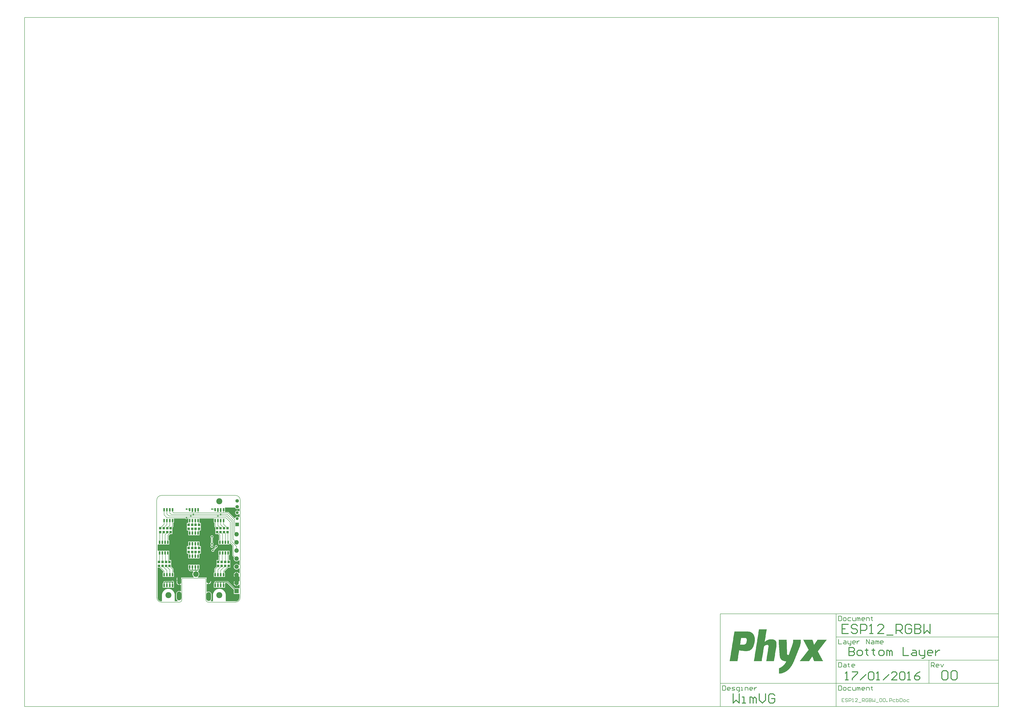
<source format=gbl>
G04 Layer_Physical_Order=2*
G04 Layer_Color=33789*
%FSLAX25Y25*%
%MOIN*%
G70*
G01*
G75*
%ADD12C,0.00591*%
%ADD14R,0.03937X0.04331*%
%ADD34C,0.00984*%
%ADD35C,0.01575*%
%ADD36C,0.00787*%
%ADD41C,0.07480*%
%ADD42R,0.07480X0.07480*%
%ADD43O,0.07874X0.14961*%
%ADD44C,0.09449*%
%ADD45O,0.06693X0.12992*%
%ADD46O,0.06693X0.11417*%
%ADD47C,0.10236*%
%ADD48R,0.05906X0.05906*%
%ADD49C,0.05118*%
%ADD50C,0.05906*%
%ADD51C,0.02756*%
%ADD52C,0.01181*%
%ADD53C,0.06693*%
%ADD54R,0.02756X0.05512*%
%ADD55C,0.07087*%
G36*
X96850Y134843D02*
X97830D01*
Y128642D01*
X97847Y128426D01*
X97898Y128215D01*
X97981Y128014D01*
X98094Y127829D01*
X98235Y127664D01*
X99410Y126490D01*
Y122244D01*
X99410D01*
Y121851D01*
X99410D01*
Y115551D01*
X103754D01*
X105704Y113601D01*
Y105315D01*
X104724D01*
Y97835D01*
X109449D01*
Y97835D01*
X109449D01*
Y97835D01*
X118898D01*
Y97835D01*
X118898D01*
Y97835D01*
X123622D01*
Y99131D01*
X124803Y99620D01*
X128539Y95884D01*
Y79330D01*
X128556Y79114D01*
X128607Y78903D01*
X128690Y78703D01*
X128803Y78518D01*
X128944Y78353D01*
X131261Y76036D01*
X131147Y75817D01*
X130989Y75436D01*
X130865Y75042D01*
X130776Y74639D01*
X130722Y74230D01*
X130704Y73818D01*
X130722Y73406D01*
X130776Y72997D01*
X130865Y72594D01*
X130989Y72201D01*
X131147Y71820D01*
X131338Y71454D01*
X131559Y71106D01*
X131810Y70779D01*
X132089Y70474D01*
X132393Y70196D01*
X132721Y69945D01*
X133069Y69723D01*
X133434Y69533D01*
X133816Y69375D01*
X134209Y69251D01*
X134612Y69161D01*
X135021Y69108D01*
X135433Y69090D01*
X135845Y69108D01*
X136254Y69161D01*
X136657Y69251D01*
X137050Y69375D01*
X137432Y69533D01*
X137797Y69723D01*
X138145Y69945D01*
X138473Y70196D01*
X138777Y70474D01*
X139056Y70779D01*
X139169Y70926D01*
X139778Y70853D01*
X140350Y70545D01*
Y63312D01*
X139778Y63005D01*
X139169Y62931D01*
X139056Y63079D01*
X138777Y63383D01*
X138473Y63662D01*
X138145Y63913D01*
X137797Y64135D01*
X137432Y64325D01*
X137050Y64483D01*
X136657Y64607D01*
X136254Y64696D01*
X135845Y64750D01*
X135433Y64768D01*
X135021Y64750D01*
X134612Y64696D01*
X134209Y64607D01*
X133816Y64483D01*
X133434Y64325D01*
X133069Y64135D01*
X132721Y63913D01*
X132393Y63662D01*
X132089Y63383D01*
X131810Y63079D01*
X131559Y62752D01*
X131338Y62404D01*
X131147Y62038D01*
X130989Y61657D01*
X130865Y61263D01*
X130776Y60861D01*
X130722Y60452D01*
X130704Y60039D01*
X130722Y59627D01*
X130776Y59218D01*
X130865Y58815D01*
X130989Y58422D01*
X131147Y58041D01*
X131338Y57675D01*
X131559Y57327D01*
X131810Y57000D01*
X132089Y56695D01*
X132393Y56417D01*
X132721Y56166D01*
X133069Y55944D01*
X133434Y55753D01*
X133816Y55596D01*
X134209Y55472D01*
X134612Y55382D01*
X135021Y55329D01*
X135433Y55310D01*
X135845Y55329D01*
X136254Y55382D01*
X136657Y55472D01*
X137050Y55596D01*
X137432Y55753D01*
X137797Y55944D01*
X138145Y56166D01*
X138473Y56417D01*
X138777Y56695D01*
X139056Y57000D01*
X139169Y57147D01*
X139778Y57074D01*
X140350Y56766D01*
Y49562D01*
X139845Y49277D01*
X139169Y49178D01*
X139068Y49310D01*
X138788Y49615D01*
X138483Y49894D01*
X138154Y50146D01*
X137805Y50369D01*
X137438Y50560D01*
X137056Y50718D01*
X136661Y50843D01*
X136257Y50932D01*
X135933Y50975D01*
Y46260D01*
Y41544D01*
X136257Y41587D01*
X136661Y41677D01*
X137056Y41801D01*
X137438Y41960D01*
X137805Y42151D01*
X138154Y42373D01*
X138483Y42625D01*
X138788Y42905D01*
X139068Y43210D01*
X139169Y43342D01*
X139845Y43242D01*
X140350Y42957D01*
Y35782D01*
X139845Y35498D01*
X139169Y35398D01*
X139068Y35530D01*
X138788Y35835D01*
X138483Y36115D01*
X138154Y36367D01*
X137805Y36589D01*
X137438Y36780D01*
X137056Y36939D01*
X136661Y37063D01*
X136257Y37153D01*
X135933Y37195D01*
Y32480D01*
Y27765D01*
X136257Y27808D01*
X136661Y27897D01*
X137056Y28022D01*
X137438Y28180D01*
X137805Y28371D01*
X138154Y28594D01*
X138483Y28846D01*
X138788Y29125D01*
X139068Y29430D01*
X139169Y29562D01*
X139845Y29463D01*
X140350Y29178D01*
Y24526D01*
X140157Y23425D01*
X139169Y23425D01*
X132943D01*
X121195Y35172D01*
X121007Y35333D01*
X120796Y35463D01*
X120567Y35557D01*
X120326Y35615D01*
X120079Y35635D01*
X120078Y35635D01*
X100394D01*
X100370Y35633D01*
X100085Y35617D01*
X99779Y35565D01*
X99482Y35479D01*
X99196Y35361D01*
X98925Y35211D01*
X98673Y35032D01*
X98442Y34826D01*
X98236Y34595D01*
X98057Y34343D01*
X97907Y34072D01*
X97788Y33786D01*
X97703Y33488D01*
X97651Y33183D01*
X97635Y32897D01*
X97633Y32874D01*
Y32087D01*
X96850D01*
Y24606D01*
X101575D01*
Y24606D01*
X101575D01*
Y24606D01*
X111024D01*
Y24606D01*
X111024D01*
Y24606D01*
X115748D01*
Y32087D01*
X116768Y32476D01*
X119424D01*
X130709Y21191D01*
Y13976D01*
X139169D01*
X140157Y13976D01*
X140350Y12875D01*
Y7874D01*
X140353Y7839D01*
X140334Y7364D01*
X140274Y6858D01*
X140175Y6358D01*
X140036Y5867D01*
X139860Y5388D01*
X139646Y4925D01*
X139397Y4480D01*
X139114Y4056D01*
X138798Y3655D01*
X138452Y3281D01*
X138077Y2935D01*
X137677Y2619D01*
X137252Y2335D01*
X136807Y2086D01*
X136344Y1873D01*
X135866Y1696D01*
X135375Y1558D01*
X134874Y1458D01*
X134368Y1398D01*
X133894Y1379D01*
X133858Y1382D01*
X117131D01*
Y10925D01*
X117112Y11118D01*
X117109Y11129D01*
X117111Y11157D01*
X117131Y11811D01*
X117111Y12465D01*
X117052Y13117D01*
X116954Y13763D01*
X116816Y14403D01*
X116640Y15033D01*
X116427Y15652D01*
X116177Y16256D01*
X115890Y16845D01*
X115569Y17415D01*
X115214Y17964D01*
X114826Y18491D01*
X114407Y18994D01*
X113958Y19470D01*
X113482Y19919D01*
X112979Y20338D01*
X112452Y20725D01*
X111903Y21081D01*
X111333Y21402D01*
X110745Y21689D01*
X110140Y21939D01*
X109522Y22152D01*
X108891Y22328D01*
X108252Y22465D01*
X107605Y22564D01*
X106953Y22623D01*
X106299Y22643D01*
X105645Y22623D01*
X104994Y22564D01*
X104347Y22465D01*
X103707Y22328D01*
X103077Y22152D01*
X102458Y21939D01*
X101854Y21689D01*
X101266Y21402D01*
X100696Y21081D01*
X100146Y20725D01*
X99619Y20338D01*
X99116Y19919D01*
X98640Y19470D01*
X98192Y18994D01*
X97773Y18491D01*
X97385Y17964D01*
X97030Y17415D01*
X96708Y16845D01*
X96422Y16256D01*
X96171Y15652D01*
X95958Y15033D01*
X95782Y14403D01*
X95645Y13763D01*
X95547Y13117D01*
X95487Y12465D01*
X95468Y11811D01*
X95487Y11157D01*
X95490Y11129D01*
X95487Y11118D01*
X95468Y10925D01*
Y1382D01*
X92207D01*
X91822Y2034D01*
X91723Y2563D01*
X91884Y2739D01*
X92145Y3080D01*
X92376Y3443D01*
X92575Y3824D01*
X92739Y4221D01*
X92868Y4631D01*
X92961Y5050D01*
X93017Y5476D01*
X93036Y5906D01*
Y12992D01*
X93017Y13421D01*
X92961Y13848D01*
X92868Y14267D01*
X92739Y14677D01*
X92575Y15074D01*
X92376Y15455D01*
X92145Y15818D01*
X91884Y16159D01*
X91593Y16475D01*
X91277Y16766D01*
X90936Y17027D01*
X90573Y17258D01*
X90192Y17457D01*
X89795Y17621D01*
X89385Y17750D01*
X88966Y17843D01*
X88539Y17899D01*
X88110Y17918D01*
X87681Y17899D01*
X87255Y17843D01*
X86835Y17750D01*
X86426Y17621D01*
X86028Y17457D01*
X86028Y17456D01*
X85072Y17898D01*
X84847Y18149D01*
Y30364D01*
X85055Y30608D01*
X85957Y31096D01*
X86307Y30951D01*
X86669Y30837D01*
X87040Y30755D01*
X87295Y30721D01*
Y37402D01*
Y44082D01*
X87040Y44048D01*
X86669Y43966D01*
X86307Y43852D01*
X85957Y43707D01*
X85620Y43532D01*
X85300Y43328D01*
X84999Y43097D01*
X84719Y42840D01*
X84462Y42560D01*
X84232Y42259D01*
X84202Y42213D01*
X83856Y41867D01*
X83319Y41640D01*
X82778Y41678D01*
X82469Y41789D01*
X82150Y41869D01*
X81824Y41917D01*
X81503Y41933D01*
X81496Y41933D01*
X70203D01*
X69841Y42706D01*
X69822Y43115D01*
X70049Y43294D01*
X70378Y43598D01*
X70683Y43927D01*
X70960Y44280D01*
X71210Y44653D01*
X71429Y45044D01*
X71617Y45452D01*
X71772Y45872D01*
X71894Y46304D01*
X71981Y46744D01*
X72034Y47190D01*
X72052Y47638D01*
X72034Y48086D01*
X71981Y48531D01*
X71894Y48972D01*
X71772Y49403D01*
X71617Y49824D01*
X71429Y50231D01*
X71210Y50623D01*
X70960Y50996D01*
X70683Y51348D01*
X70378Y51678D01*
X70309Y51960D01*
X70344Y52593D01*
X70361Y52695D01*
X70539Y53100D01*
X70619Y53157D01*
X70849Y53363D01*
X71056Y53594D01*
X71235Y53846D01*
X71385Y54117D01*
X71503Y54403D01*
X71589Y54701D01*
X71640Y55006D01*
X71657Y55291D01*
X71658Y55315D01*
Y56102D01*
X72441D01*
Y63583D01*
X68898D01*
X67717Y63583D01*
Y63583D01*
X67716D01*
Y63583D01*
X58268D01*
Y63583D01*
X58268D01*
Y63583D01*
X53543D01*
Y56102D01*
X54326D01*
Y55315D01*
X54328Y55291D01*
X54344Y55006D01*
X54396Y54701D01*
X54481Y54403D01*
X54600Y54117D01*
X54750Y53846D01*
X54929Y53594D01*
X55135Y53363D01*
X55366Y53157D01*
X55618Y52978D01*
X55889Y52828D01*
X56175Y52710D01*
X56472Y52624D01*
X56778Y52572D01*
X57063Y52556D01*
X57087Y52554D01*
X61507D01*
X61651Y52395D01*
X62017Y51373D01*
X61994Y51348D01*
X61717Y50996D01*
X61467Y50623D01*
X61248Y50231D01*
X61060Y49824D01*
X60905Y49403D01*
X60783Y48972D01*
X60696Y48531D01*
X60643Y48086D01*
X60625Y47638D01*
X60643Y47190D01*
X60696Y46744D01*
X60783Y46304D01*
X60905Y45872D01*
X61060Y45452D01*
X61248Y45044D01*
X61467Y44653D01*
X61717Y44280D01*
X61994Y43927D01*
X62299Y43598D01*
X62628Y43294D01*
X62855Y43115D01*
X62836Y42706D01*
X62475Y41933D01*
X44488D01*
X44481Y41933D01*
X44160Y41917D01*
X43834Y41869D01*
X43516Y41789D01*
X43206Y41678D01*
X42666Y41640D01*
X42129Y41867D01*
X41782Y42213D01*
X41753Y42259D01*
X41522Y42560D01*
X41265Y42840D01*
X40986Y43097D01*
X40684Y43328D01*
X40364Y43532D01*
X40028Y43707D01*
X39677Y43852D01*
X39315Y43966D01*
X38944Y44048D01*
X38689Y44082D01*
Y36614D01*
Y29146D01*
X38944Y29180D01*
X39315Y29262D01*
X39677Y29376D01*
X40028Y29522D01*
X40929Y29033D01*
X41137Y28789D01*
Y19158D01*
X40955Y18938D01*
X39995Y18441D01*
X39598Y18605D01*
X39188Y18734D01*
X38769Y18827D01*
X38343Y18884D01*
X37913Y18902D01*
X37484Y18884D01*
X37058Y18827D01*
X36639Y18734D01*
X36229Y18605D01*
X35832Y18441D01*
X35450Y18242D01*
X35088Y18011D01*
X34747Y17750D01*
X34430Y17459D01*
X34140Y17143D01*
X33878Y16802D01*
X33647Y16439D01*
X33449Y16058D01*
X33285Y15661D01*
X33155Y15251D01*
X33062Y14832D01*
X33006Y14406D01*
X32987Y13976D01*
Y6890D01*
X33006Y6460D01*
X33062Y6034D01*
X33155Y5615D01*
X33285Y5205D01*
X33449Y4808D01*
X33647Y4427D01*
X33878Y4064D01*
X34140Y3723D01*
X34430Y3407D01*
X34747Y3116D01*
X35088Y2855D01*
X35450Y2624D01*
X35566Y2563D01*
X35278Y1382D01*
X30517D01*
Y10925D01*
X30498Y11118D01*
X30494Y11129D01*
X30497Y11157D01*
X30517Y11811D01*
X30497Y12465D01*
X30438Y13117D01*
X30339Y13763D01*
X30202Y14403D01*
X30026Y15033D01*
X29813Y15652D01*
X29563Y16256D01*
X29276Y16845D01*
X28955Y17415D01*
X28599Y17964D01*
X28212Y18491D01*
X27793Y18994D01*
X27344Y19470D01*
X26868Y19919D01*
X26365Y20338D01*
X25838Y20725D01*
X25289Y21081D01*
X24719Y21402D01*
X24130Y21689D01*
X23526Y21939D01*
X22907Y22152D01*
X22277Y22328D01*
X21637Y22465D01*
X20991Y22564D01*
X20339Y22623D01*
X19685Y22643D01*
X19031Y22623D01*
X18379Y22564D01*
X17733Y22465D01*
X17093Y22328D01*
X16463Y22152D01*
X15844Y21939D01*
X15240Y21689D01*
X14651Y21402D01*
X14081Y21081D01*
X13532Y20725D01*
X13005Y20338D01*
X12502Y19919D01*
X12026Y19470D01*
X11577Y18994D01*
X11158Y18491D01*
X10771Y17964D01*
X10415Y17415D01*
X10094Y16845D01*
X9808Y16256D01*
X9557Y15652D01*
X9344Y15033D01*
X9168Y14403D01*
X9031Y13763D01*
X8932Y13117D01*
X8873Y12465D01*
X8853Y11811D01*
X8873Y11157D01*
X8876Y11129D01*
X8873Y11118D01*
X8854Y10925D01*
Y1782D01*
X7672Y1386D01*
X7364Y1398D01*
X6858Y1458D01*
X6358Y1558D01*
X5867Y1696D01*
X5388Y1873D01*
X4925Y2086D01*
X4480Y2335D01*
X4056Y2619D01*
X3655Y2935D01*
X3281Y3281D01*
X2935Y3655D01*
X2619Y4056D01*
X2335Y4480D01*
X2086Y4925D01*
X1873Y5388D01*
X1696Y5867D01*
X1558Y6358D01*
X1458Y6858D01*
X1398Y7364D01*
X1379Y7839D01*
X1382Y7874D01*
Y58465D01*
X4738D01*
X11216Y51986D01*
Y50197D01*
X10236D01*
Y42717D01*
X14961D01*
Y42717D01*
X14961D01*
Y42717D01*
X23228D01*
X24409Y42717D01*
Y42717D01*
X24409D01*
Y42717D01*
X29134D01*
Y50197D01*
X28154D01*
Y56102D01*
X28137Y56319D01*
X28086Y56529D01*
X28003Y56730D01*
X27890Y56915D01*
X27749Y57080D01*
X24607Y60222D01*
Y64764D01*
X24607D01*
Y65158D01*
X24607D01*
Y71457D01*
X21067D01*
Y79724D01*
X21260D01*
Y87205D01*
X17717D01*
X16535Y87205D01*
Y87205D01*
X16535D01*
Y87205D01*
X8268D01*
X7087Y87205D01*
Y87205D01*
X7087D01*
Y87205D01*
X2362D01*
X1382Y87690D01*
Y97349D01*
X2362Y97835D01*
X5906D01*
X7087Y97835D01*
Y97835D01*
X7087D01*
Y97835D01*
X15354D01*
X16535Y97835D01*
Y97835D01*
X16535D01*
Y97835D01*
X21260D01*
Y105315D01*
X20280D01*
Y112912D01*
X22920Y115551D01*
X26575D01*
Y121851D01*
X26575D01*
Y122244D01*
X26575D01*
Y126490D01*
X27749Y127664D01*
X27890Y127829D01*
X28003Y128014D01*
X28086Y128215D01*
X28137Y128426D01*
X28154Y128642D01*
Y134843D01*
X29134D01*
Y141925D01*
X48476D01*
X48516Y141866D01*
X48720Y141633D01*
X48953Y141429D01*
X49210Y141257D01*
X49488Y141120D01*
X49781Y141021D01*
X50085Y140960D01*
X50394Y140940D01*
X50703Y140960D01*
X51006Y141021D01*
X51300Y141120D01*
X51577Y141257D01*
X51835Y141429D01*
X52068Y141633D01*
X52272Y141866D01*
X52311Y141925D01*
X53543D01*
Y134843D01*
X52525Y134449D01*
X51181D01*
Y128150D01*
X51181D01*
Y127756D01*
X51181D01*
Y121457D01*
X52525D01*
X53543Y121063D01*
Y113583D01*
X57087D01*
X58268Y113583D01*
Y113583D01*
X58268D01*
Y113583D01*
X67716D01*
Y113583D01*
X67717D01*
Y113583D01*
X72441D01*
Y121063D01*
X73459Y121457D01*
X74804D01*
Y127756D01*
X74804D01*
Y128150D01*
X74804D01*
Y134449D01*
X73459D01*
X72441Y134843D01*
Y141925D01*
X96850D01*
Y134843D01*
D02*
G37*
G36*
X132973Y160283D02*
X133138Y159933D01*
X133337Y159601D01*
X133567Y159291D01*
X133827Y159004D01*
X134114Y158744D01*
X134424Y158514D01*
X134756Y158315D01*
X135106Y158150D01*
X135470Y158019D01*
X135845Y157925D01*
X136228Y157869D01*
X136614Y157850D01*
X137001Y157869D01*
X137383Y157925D01*
X137758Y158019D01*
X138123Y158150D01*
X138472Y158315D01*
X138804Y158514D01*
X139115Y158744D01*
X139169Y158793D01*
X139995Y158559D01*
X140350Y158292D01*
Y154685D01*
X139930Y154413D01*
X139169Y154249D01*
X139123Y154300D01*
X138865Y154534D01*
X138585Y154741D01*
X138286Y154920D01*
X137972Y155069D01*
X137644Y155186D01*
X137306Y155271D01*
X136962Y155322D01*
X136614Y155339D01*
X136267Y155322D01*
X135922Y155271D01*
X135584Y155186D01*
X135257Y155069D01*
X134942Y154920D01*
X134643Y154741D01*
X134364Y154534D01*
X134106Y154300D01*
X133872Y154042D01*
X133665Y153762D01*
X133485Y153464D01*
X133337Y153149D01*
X133219Y152821D01*
X133135Y152483D01*
X133084Y152139D01*
X133067Y151791D01*
X133084Y151444D01*
X133135Y151099D01*
X133219Y150761D01*
X133337Y150434D01*
X133485Y150119D01*
X133665Y149820D01*
X133872Y149541D01*
X134106Y149283D01*
X134364Y149049D01*
X134643Y148842D01*
X134942Y148663D01*
X135257Y148514D01*
X135584Y148397D01*
X135922Y148312D01*
X136267Y148261D01*
X136614Y148244D01*
X136962Y148261D01*
X137306Y148312D01*
X137644Y148397D01*
X137972Y148514D01*
X138286Y148663D01*
X138585Y148842D01*
X138865Y149049D01*
X139123Y149283D01*
X139169Y149334D01*
X139930Y149169D01*
X140350Y148898D01*
Y144685D01*
X139930Y144413D01*
X139169Y144249D01*
X139123Y144300D01*
X138865Y144534D01*
X138585Y144741D01*
X138286Y144920D01*
X137972Y145069D01*
X137644Y145186D01*
X137306Y145271D01*
X136962Y145322D01*
X136614Y145339D01*
X136267Y145322D01*
X135922Y145271D01*
X135584Y145186D01*
X135257Y145069D01*
X134942Y144920D01*
X134643Y144741D01*
X134364Y144534D01*
X134106Y144300D01*
X133872Y144042D01*
X133665Y143762D01*
X133485Y143464D01*
X133337Y143149D01*
X133330Y143130D01*
X132515Y142806D01*
X131995Y142794D01*
X122237Y152552D01*
X122072Y152693D01*
X121887Y152806D01*
X121687Y152889D01*
X121476Y152940D01*
X121260Y152957D01*
X115748D01*
Y160433D01*
X116848Y160630D01*
X132848Y160630D01*
X132973Y160283D01*
D02*
G37*
%LPC*%
G36*
X92146Y36902D02*
X88295D01*
Y30721D01*
X88551Y30755D01*
X88921Y30837D01*
X89283Y30951D01*
X89634Y31096D01*
X89971Y31272D01*
X90291Y31476D01*
X90592Y31707D01*
X90872Y31963D01*
X91128Y32243D01*
X91359Y32544D01*
X91563Y32864D01*
X91738Y33201D01*
X91883Y33551D01*
X91998Y33913D01*
X92080Y34284D01*
X92129Y34660D01*
X92146Y35039D01*
Y36902D01*
D02*
G37*
G36*
X134933Y37195D02*
X134609Y37153D01*
X134205Y37063D01*
X133810Y36939D01*
X133428Y36780D01*
X133061Y36589D01*
X132712Y36367D01*
X132383Y36115D01*
X132078Y35835D01*
X131798Y35530D01*
X131546Y35202D01*
X131324Y34852D01*
X131133Y34485D01*
X130974Y34103D01*
X130850Y33708D01*
X130761Y33304D01*
X130718Y32980D01*
X134933D01*
Y37195D01*
D02*
G37*
G36*
X37689Y44082D02*
X37433Y44048D01*
X37063Y43966D01*
X36701Y43852D01*
X36350Y43707D01*
X36014Y43532D01*
X35694Y43328D01*
X35392Y43097D01*
X35113Y42840D01*
X34856Y42560D01*
X34625Y42259D01*
X34421Y41939D01*
X34246Y41602D01*
X34101Y41252D01*
X33987Y40890D01*
X33904Y40519D01*
X33855Y40143D01*
X33838Y39764D01*
Y37114D01*
X37689D01*
Y44082D01*
D02*
G37*
G36*
X26772Y36226D02*
X26463Y36205D01*
X26159Y36145D01*
X25866Y36045D01*
X25588Y35908D01*
X25330Y35736D01*
X25215Y35635D01*
X13780D01*
X13756Y35633D01*
X13471Y35617D01*
X13165Y35565D01*
X12868Y35479D01*
X12582Y35361D01*
X12311Y35211D01*
X12059Y35032D01*
X11828Y34826D01*
X11621Y34595D01*
X11442Y34343D01*
X11293Y34072D01*
X11174Y33786D01*
X11089Y33488D01*
X11037Y33183D01*
X11021Y32897D01*
X11019Y32874D01*
Y32087D01*
X10236D01*
Y24606D01*
X13780D01*
X14961Y24606D01*
Y24606D01*
X14961D01*
Y24606D01*
X23228D01*
X24409Y24606D01*
Y24606D01*
X24409D01*
Y24606D01*
X29134D01*
Y32087D01*
X29134D01*
X29058Y33246D01*
X29119Y33549D01*
X29139Y33858D01*
X29119Y34167D01*
X29058Y34471D01*
X28959Y34764D01*
X28822Y35042D01*
X28650Y35299D01*
X28446Y35532D01*
X28213Y35736D01*
X27955Y35908D01*
X27678Y36045D01*
X27384Y36145D01*
X27081Y36205D01*
X26772Y36226D01*
D02*
G37*
G36*
X134933Y31980D02*
X130718D01*
X130761Y31656D01*
X130850Y31252D01*
X130974Y30857D01*
X131133Y30475D01*
X131324Y30108D01*
X131546Y29759D01*
X131798Y29430D01*
X132078Y29125D01*
X132383Y28846D01*
X132712Y28594D01*
X133061Y28371D01*
X133428Y28180D01*
X133810Y28022D01*
X134205Y27897D01*
X134609Y27808D01*
X134933Y27765D01*
Y31980D01*
D02*
G37*
G36*
X37689Y36114D02*
X33838D01*
Y33465D01*
X33855Y33085D01*
X33904Y32709D01*
X33987Y32339D01*
X34101Y31977D01*
X34246Y31626D01*
X34421Y31289D01*
X34625Y30969D01*
X34856Y30668D01*
X35113Y30388D01*
X35392Y30132D01*
X35694Y29901D01*
X36014Y29697D01*
X36350Y29522D01*
X36701Y29376D01*
X37063Y29262D01*
X37433Y29180D01*
X37689Y29146D01*
Y36114D01*
D02*
G37*
G36*
X88295Y44082D02*
Y37902D01*
X92146D01*
Y39764D01*
X92129Y40143D01*
X92080Y40519D01*
X91998Y40890D01*
X91883Y41252D01*
X91738Y41602D01*
X91563Y41939D01*
X91359Y42259D01*
X91128Y42560D01*
X90872Y42840D01*
X90592Y43097D01*
X90291Y43328D01*
X89971Y43532D01*
X89634Y43707D01*
X89283Y43852D01*
X88921Y43966D01*
X88551Y44048D01*
X88295Y44082D01*
D02*
G37*
G36*
X118898Y87205D02*
X118898D01*
Y87205D01*
X117763Y87205D01*
X110630D01*
X109449Y87205D01*
X109449Y87205D01*
X104724D01*
Y79724D01*
X104917D01*
Y71457D01*
X101378D01*
Y65158D01*
X101378D01*
Y64764D01*
X101378D01*
Y60321D01*
X98235Y57178D01*
X98094Y57013D01*
X97981Y56828D01*
X97898Y56628D01*
X97847Y56417D01*
X97830Y56201D01*
Y50197D01*
X96850D01*
Y42717D01*
X101575D01*
Y42717D01*
X101575D01*
Y42717D01*
X111024D01*
Y42717D01*
X111024D01*
Y42717D01*
X115748D01*
Y50197D01*
X114768D01*
Y52085D01*
X121148Y58465D01*
X125000D01*
Y64764D01*
X125000D01*
Y65158D01*
X125000D01*
Y71457D01*
X122642D01*
Y79724D01*
X123622D01*
Y87205D01*
X120053D01*
X118898Y87205D01*
Y87205D01*
D02*
G37*
G36*
X100787Y96855D02*
X100478Y96835D01*
X100175Y96775D01*
X99882Y96675D01*
X99604Y96538D01*
X99346Y96366D01*
X99114Y96162D01*
X98909Y95929D01*
X98737Y95672D01*
X98600Y95394D01*
X98501Y95101D01*
X98440Y94797D01*
X98420Y94488D01*
X98440Y94179D01*
X98501Y93875D01*
X98600Y93582D01*
X98737Y93305D01*
X98830Y93165D01*
X95771Y90105D01*
X95585Y90142D01*
X95276Y90162D01*
X94967Y90142D01*
X94663Y90082D01*
X94370Y89982D01*
X94092Y89845D01*
X93835Y89673D01*
X93602Y89469D01*
X93397Y89236D01*
X93226Y88979D01*
X93089Y88701D01*
X92989Y88408D01*
X92929Y88104D01*
X92908Y87795D01*
X92929Y87486D01*
X92989Y87183D01*
X93089Y86889D01*
X93226Y86612D01*
X93397Y86354D01*
X93602Y86121D01*
X93835Y85917D01*
X94092Y85745D01*
X94370Y85608D01*
X94663Y85509D01*
X94967Y85448D01*
X95276Y85428D01*
X95585Y85448D01*
X95888Y85509D01*
X96181Y85608D01*
X96459Y85745D01*
X96717Y85917D01*
X96949Y86121D01*
X97154Y86354D01*
X97326Y86612D01*
X97463Y86889D01*
X97562Y87183D01*
X97623Y87486D01*
X97643Y87795D01*
X97623Y88104D01*
X97586Y88290D01*
X100860Y91564D01*
X100860Y91564D01*
X100861Y91564D01*
X101133Y91864D01*
X101374Y92190D01*
X101375Y92190D01*
X101379Y92197D01*
X101400Y92202D01*
X101693Y92301D01*
X101971Y92438D01*
X102228Y92610D01*
X102461Y92814D01*
X102665Y93047D01*
X102838Y93305D01*
X102974Y93582D01*
X103074Y93875D01*
X103134Y94179D01*
X103155Y94488D01*
X103134Y94797D01*
X103074Y95101D01*
X102974Y95394D01*
X102838Y95672D01*
X102665Y95929D01*
X102461Y96162D01*
X102228Y96366D01*
X101971Y96538D01*
X101693Y96675D01*
X101400Y96775D01*
X101096Y96835D01*
X100787Y96855D01*
D02*
G37*
G36*
X93701Y113391D02*
X93392Y113371D01*
X93088Y113310D01*
X92795Y113211D01*
X92517Y113074D01*
X92260Y112902D01*
X92027Y112698D01*
X91823Y112465D01*
X91651Y112207D01*
X91514Y111930D01*
X91414Y111636D01*
X91354Y111333D01*
X91334Y111024D01*
X91354Y110715D01*
X91414Y110411D01*
X91514Y110118D01*
X91651Y109840D01*
X91823Y109582D01*
X92027Y109350D01*
X92260Y109145D01*
X92319Y109106D01*
Y101130D01*
X92260Y101091D01*
X92027Y100886D01*
X91823Y100654D01*
X91651Y100396D01*
X91514Y100119D01*
X91414Y99825D01*
X91354Y99522D01*
X91334Y99213D01*
X91354Y98904D01*
X91414Y98600D01*
X91514Y98307D01*
X91651Y98029D01*
X91823Y97772D01*
X92019Y97548D01*
X92035Y97484D01*
Y96306D01*
X92019Y96242D01*
X91823Y96019D01*
X91651Y95761D01*
X91514Y95483D01*
X91414Y95190D01*
X91354Y94887D01*
X91334Y94578D01*
X91354Y94269D01*
X91414Y93965D01*
X91514Y93672D01*
X91651Y93394D01*
X91823Y93137D01*
X92027Y92904D01*
X92260Y92699D01*
X92517Y92528D01*
X92795Y92391D01*
X93088Y92291D01*
X93392Y92231D01*
X93701Y92210D01*
X94010Y92231D01*
X94314Y92291D01*
X94607Y92391D01*
X94884Y92528D01*
X95142Y92699D01*
X95375Y92904D01*
X95579Y93137D01*
X95751Y93394D01*
X95888Y93672D01*
X95987Y93965D01*
X96048Y94269D01*
X96068Y94578D01*
X96048Y94887D01*
X95987Y95190D01*
X95888Y95483D01*
X95751Y95761D01*
X95579Y96019D01*
X95383Y96242D01*
X95367Y96306D01*
Y97484D01*
X95383Y97548D01*
X95579Y97772D01*
X95751Y98029D01*
X95888Y98307D01*
X95987Y98600D01*
X96048Y98904D01*
X96068Y99213D01*
X96048Y99522D01*
X95987Y99825D01*
X95888Y100119D01*
X95751Y100396D01*
X95579Y100654D01*
X95375Y100886D01*
X95142Y101091D01*
X95083Y101130D01*
Y109106D01*
X95142Y109145D01*
X95375Y109350D01*
X95579Y109582D01*
X95751Y109840D01*
X95888Y110118D01*
X95987Y110411D01*
X96048Y110715D01*
X96068Y111024D01*
X96048Y111333D01*
X95987Y111636D01*
X95888Y111930D01*
X95751Y112207D01*
X95579Y112465D01*
X95375Y112698D01*
X95142Y112902D01*
X94884Y113074D01*
X94607Y113211D01*
X94314Y113310D01*
X94010Y113371D01*
X93701Y113391D01*
D02*
G37*
G36*
X134933Y45760D02*
X130718D01*
X130761Y45436D01*
X130850Y45032D01*
X130974Y44637D01*
X131133Y44254D01*
X131324Y43887D01*
X131546Y43538D01*
X131798Y43210D01*
X132078Y42905D01*
X132383Y42625D01*
X132712Y42373D01*
X133061Y42151D01*
X133428Y41960D01*
X133810Y41801D01*
X134205Y41677D01*
X134609Y41587D01*
X134933Y41544D01*
Y45760D01*
D02*
G37*
G36*
Y50975D02*
X134609Y50932D01*
X134205Y50843D01*
X133810Y50718D01*
X133428Y50560D01*
X133061Y50369D01*
X132712Y50146D01*
X132383Y49894D01*
X132078Y49615D01*
X131798Y49310D01*
X131546Y48981D01*
X131324Y48632D01*
X131133Y48265D01*
X130974Y47883D01*
X130850Y47488D01*
X130761Y47084D01*
X130718Y46760D01*
X134933D01*
Y50975D01*
D02*
G37*
G36*
X58268Y102953D02*
Y102953D01*
X53543D01*
Y95473D01*
X52525Y95079D01*
X51181D01*
Y88780D01*
X51181D01*
Y88386D01*
X51181D01*
Y82087D01*
X52525D01*
X53543Y81693D01*
Y74213D01*
X58268D01*
Y74213D01*
X58268D01*
Y74213D01*
X67716D01*
Y74213D01*
X67717D01*
Y74213D01*
X72441D01*
Y81693D01*
X73459Y82087D01*
X74804D01*
Y88386D01*
X74804D01*
Y88780D01*
X74804D01*
Y95079D01*
X73459D01*
X72441Y95473D01*
Y102953D01*
X68872D01*
X67717Y102953D01*
Y102953D01*
X67716D01*
Y102953D01*
X66582Y102953D01*
X58268D01*
Y102953D01*
X58268D01*
D02*
G37*
%LPD*%
G36*
X1093521Y-64032D02*
Y-64318D01*
Y-64605D01*
Y-64891D01*
Y-65177D01*
Y-65464D01*
Y-65750D01*
Y-66036D01*
Y-66322D01*
Y-66609D01*
Y-66895D01*
Y-67181D01*
Y-67468D01*
Y-67754D01*
Y-68040D01*
Y-68327D01*
Y-68613D01*
Y-68899D01*
Y-69186D01*
Y-69472D01*
Y-69758D01*
X1093234D01*
Y-70044D01*
Y-70331D01*
Y-70617D01*
Y-70903D01*
Y-71190D01*
X1092948D01*
Y-71476D01*
Y-71762D01*
Y-72049D01*
Y-72335D01*
X1092662D01*
Y-72621D01*
Y-72908D01*
Y-73194D01*
Y-73480D01*
X1092375D01*
Y-73767D01*
Y-74053D01*
Y-74339D01*
X1092089D01*
Y-74625D01*
Y-74912D01*
Y-75198D01*
X1091803D01*
Y-75485D01*
Y-75771D01*
Y-76057D01*
X1091516D01*
Y-76343D01*
Y-76630D01*
Y-76916D01*
X1091230D01*
Y-77202D01*
Y-77489D01*
X1090944D01*
Y-77775D01*
Y-78061D01*
X1090657D01*
Y-78348D01*
Y-78634D01*
Y-78920D01*
X1090371D01*
Y-79207D01*
Y-79493D01*
X1090085D01*
Y-79779D01*
Y-80066D01*
Y-80352D01*
X1089799D01*
Y-80638D01*
Y-80924D01*
X1089512D01*
Y-81211D01*
Y-81497D01*
Y-81783D01*
X1089226D01*
Y-82070D01*
Y-82356D01*
X1088939D01*
Y-82642D01*
Y-82929D01*
Y-83215D01*
X1088653D01*
Y-83501D01*
Y-83788D01*
X1088367D01*
Y-84074D01*
Y-84360D01*
Y-84646D01*
X1088081D01*
Y-84933D01*
Y-85219D01*
X1087794D01*
Y-85505D01*
Y-85792D01*
Y-86078D01*
X1087508D01*
Y-86364D01*
Y-86651D01*
X1087222D01*
Y-86937D01*
Y-87223D01*
Y-87510D01*
X1086935D01*
Y-87796D01*
Y-88082D01*
X1086649D01*
Y-88369D01*
Y-88655D01*
Y-88941D01*
X1086363D01*
Y-89227D01*
Y-89514D01*
X1086076D01*
Y-89800D01*
Y-90086D01*
Y-90373D01*
X1085790D01*
Y-90659D01*
Y-90945D01*
X1085504D01*
Y-91232D01*
Y-91518D01*
Y-91804D01*
X1085217D01*
Y-92091D01*
Y-92377D01*
X1084931D01*
Y-92663D01*
Y-92950D01*
Y-93236D01*
X1084645D01*
Y-93522D01*
Y-93809D01*
X1084359D01*
Y-94095D01*
Y-94381D01*
Y-94667D01*
X1084072D01*
Y-94954D01*
Y-95240D01*
X1083786D01*
Y-95526D01*
Y-95813D01*
Y-96099D01*
X1083500D01*
Y-96385D01*
Y-96672D01*
X1083213D01*
Y-96958D01*
Y-97244D01*
Y-97531D01*
X1082927D01*
Y-97817D01*
Y-98103D01*
X1082641D01*
Y-98390D01*
Y-98676D01*
Y-98962D01*
X1082354D01*
Y-99248D01*
Y-99535D01*
X1082068D01*
Y-99821D01*
Y-100107D01*
Y-100394D01*
X1081782D01*
Y-100680D01*
Y-100966D01*
X1081495D01*
Y-101253D01*
Y-101539D01*
X1081209D01*
Y-101825D01*
Y-102112D01*
X1080923D01*
Y-102398D01*
Y-102684D01*
Y-102971D01*
X1080637D01*
Y-103257D01*
X1080350D01*
Y-103543D01*
Y-103829D01*
Y-104116D01*
X1080064D01*
Y-104402D01*
X1079778D01*
Y-104688D01*
Y-104975D01*
X1079491D01*
Y-105261D01*
Y-105547D01*
X1079205D01*
Y-105834D01*
Y-106120D01*
X1078919D01*
Y-106406D01*
Y-106693D01*
X1078632D01*
Y-106979D01*
X1078346D01*
Y-107265D01*
Y-107552D01*
X1078060D01*
Y-107838D01*
Y-108124D01*
X1077773D01*
Y-108410D01*
X1077487D01*
Y-108697D01*
X1077201D01*
Y-108983D01*
Y-109269D01*
X1076914D01*
Y-109556D01*
X1076628D01*
Y-109842D01*
Y-110128D01*
X1076342D01*
Y-110415D01*
X1076056D01*
Y-110701D01*
X1075769D01*
Y-110987D01*
Y-111274D01*
X1075483D01*
Y-111560D01*
X1075196D01*
Y-111846D01*
X1074910D01*
Y-112133D01*
X1074624D01*
Y-112419D01*
X1074338D01*
Y-112705D01*
Y-112991D01*
X1074051D01*
Y-113278D01*
X1073765D01*
Y-113564D01*
X1073479D01*
Y-113850D01*
X1073192D01*
Y-114137D01*
X1072906D01*
Y-114423D01*
X1072620D01*
Y-114709D01*
X1072333D01*
Y-114996D01*
X1071761D01*
Y-115282D01*
X1071474D01*
Y-115568D01*
X1071188D01*
Y-115855D01*
X1070902D01*
Y-116141D01*
X1070615D01*
Y-116427D01*
X1070043D01*
Y-116714D01*
X1069757D01*
Y-117000D01*
X1069184D01*
Y-117286D01*
X1068898D01*
Y-117572D01*
X1068325D01*
Y-117859D01*
X1068039D01*
Y-118145D01*
X1067466D01*
Y-118431D01*
X1066893D01*
Y-118718D01*
X1066321D01*
Y-119004D01*
X1065748D01*
Y-119290D01*
X1065176D01*
Y-119577D01*
X1064317D01*
Y-119863D01*
X1063744D01*
Y-120149D01*
X1062885D01*
Y-120436D01*
X1061740D01*
Y-120722D01*
X1060595D01*
Y-121008D01*
X1058877D01*
Y-121294D01*
X1056872D01*
Y-121581D01*
X1056586D01*
Y-121294D01*
Y-121008D01*
Y-120722D01*
Y-120436D01*
Y-120149D01*
Y-119863D01*
Y-119577D01*
Y-119290D01*
Y-119004D01*
Y-118718D01*
Y-118431D01*
Y-118145D01*
Y-117859D01*
Y-117572D01*
Y-117286D01*
Y-117000D01*
Y-116714D01*
Y-116427D01*
Y-116141D01*
Y-115855D01*
Y-115568D01*
Y-115282D01*
Y-114996D01*
Y-114709D01*
Y-114423D01*
Y-114137D01*
Y-113850D01*
Y-113564D01*
Y-113278D01*
Y-112991D01*
Y-112705D01*
Y-112419D01*
Y-112133D01*
X1057159D01*
Y-111846D01*
X1057731D01*
Y-111560D01*
X1058304D01*
Y-111274D01*
X1058877D01*
Y-110987D01*
X1059449D01*
Y-110701D01*
X1060022D01*
Y-110415D01*
X1060308D01*
Y-110128D01*
X1060881D01*
Y-109842D01*
X1061167D01*
Y-109556D01*
X1061740D01*
Y-109269D01*
X1062026D01*
Y-108983D01*
X1062312D01*
Y-108697D01*
X1062885D01*
Y-108410D01*
X1063171D01*
Y-108124D01*
X1063458D01*
Y-107838D01*
X1063744D01*
Y-107552D01*
X1064030D01*
Y-107265D01*
X1064317D01*
Y-106979D01*
X1064603D01*
Y-106693D01*
X1064889D01*
Y-106406D01*
X1065176D01*
Y-106120D01*
X1065462D01*
Y-105834D01*
X1065748D01*
Y-105547D01*
X1066035D01*
Y-105261D01*
Y-104975D01*
X1066321D01*
Y-104688D01*
X1066607D01*
Y-104402D01*
X1066893D01*
Y-104116D01*
Y-103829D01*
X1067180D01*
Y-103543D01*
X1067466D01*
Y-103257D01*
Y-102971D01*
X1067752D01*
Y-102684D01*
Y-102398D01*
X1068039D01*
Y-102112D01*
X1068325D01*
Y-101825D01*
Y-101539D01*
X1068611D01*
Y-101253D01*
Y-100966D01*
X1068898D01*
Y-100680D01*
Y-100394D01*
X1067180D01*
Y-100107D01*
X1065176D01*
Y-99821D01*
X1064030D01*
Y-99535D01*
X1063458D01*
Y-99248D01*
X1062599D01*
Y-98962D01*
X1062026D01*
Y-98676D01*
X1061740D01*
Y-98390D01*
X1061167D01*
Y-98103D01*
X1060881D01*
Y-97817D01*
X1060595D01*
Y-97531D01*
X1060308D01*
Y-97244D01*
X1060022D01*
Y-96958D01*
X1059736D01*
Y-96672D01*
Y-96385D01*
X1059449D01*
Y-96099D01*
X1059163D01*
Y-95813D01*
Y-95526D01*
X1058877D01*
Y-95240D01*
Y-94954D01*
X1058590D01*
Y-94667D01*
Y-94381D01*
X1058304D01*
Y-94095D01*
Y-93809D01*
Y-93522D01*
X1058018D01*
Y-93236D01*
Y-92950D01*
Y-92663D01*
Y-92377D01*
X1057731D01*
Y-92091D01*
Y-91804D01*
Y-91518D01*
Y-91232D01*
Y-90945D01*
Y-90659D01*
Y-90373D01*
X1057445D01*
Y-90086D01*
Y-89800D01*
Y-89514D01*
Y-89227D01*
Y-88941D01*
Y-88655D01*
Y-88369D01*
Y-88082D01*
Y-87796D01*
Y-87510D01*
Y-87223D01*
Y-86937D01*
Y-86651D01*
Y-86364D01*
Y-86078D01*
X1057159D01*
Y-85792D01*
Y-85505D01*
Y-85219D01*
Y-84933D01*
Y-84646D01*
Y-84360D01*
Y-84074D01*
Y-83788D01*
Y-83501D01*
Y-83215D01*
Y-82929D01*
Y-82642D01*
Y-82356D01*
Y-82070D01*
Y-81783D01*
X1056872D01*
Y-81497D01*
Y-81211D01*
Y-80924D01*
Y-80638D01*
Y-80352D01*
Y-80066D01*
Y-79779D01*
Y-79493D01*
Y-79207D01*
Y-78920D01*
Y-78634D01*
Y-78348D01*
Y-78061D01*
Y-77775D01*
Y-77489D01*
Y-77202D01*
X1056586D01*
Y-76916D01*
Y-76630D01*
Y-76343D01*
Y-76057D01*
Y-75771D01*
Y-75485D01*
Y-75198D01*
Y-74912D01*
Y-74625D01*
Y-74339D01*
Y-74053D01*
Y-73767D01*
Y-73480D01*
Y-73194D01*
Y-72908D01*
Y-72621D01*
X1056300D01*
Y-72335D01*
Y-72049D01*
Y-71762D01*
Y-71476D01*
Y-71190D01*
Y-70903D01*
Y-70617D01*
Y-70331D01*
Y-70044D01*
Y-69758D01*
Y-69472D01*
Y-69186D01*
Y-68899D01*
Y-68613D01*
X1056014D01*
Y-68327D01*
Y-68040D01*
Y-67754D01*
Y-67468D01*
Y-67181D01*
Y-66895D01*
Y-66609D01*
Y-66322D01*
Y-66036D01*
Y-65750D01*
Y-65464D01*
Y-65177D01*
Y-64891D01*
Y-64605D01*
Y-64318D01*
Y-64032D01*
X1055727D01*
Y-63746D01*
X1069470D01*
Y-64032D01*
Y-64318D01*
Y-64605D01*
Y-64891D01*
Y-65177D01*
Y-65464D01*
Y-65750D01*
Y-66036D01*
Y-66322D01*
Y-66609D01*
Y-66895D01*
Y-67181D01*
Y-67468D01*
Y-67754D01*
X1069757D01*
Y-68040D01*
Y-68327D01*
Y-68613D01*
Y-68899D01*
Y-69186D01*
Y-69472D01*
Y-69758D01*
Y-70044D01*
Y-70331D01*
Y-70617D01*
Y-70903D01*
Y-71190D01*
Y-71476D01*
Y-71762D01*
Y-72049D01*
Y-72335D01*
Y-72621D01*
Y-72908D01*
Y-73194D01*
Y-73480D01*
Y-73767D01*
Y-74053D01*
Y-74339D01*
Y-74625D01*
Y-74912D01*
Y-75198D01*
Y-75485D01*
Y-75771D01*
Y-76057D01*
Y-76343D01*
Y-76630D01*
Y-76916D01*
Y-77202D01*
Y-77489D01*
Y-77775D01*
Y-78061D01*
Y-78348D01*
Y-78634D01*
Y-78920D01*
Y-79207D01*
Y-79493D01*
X1070043D01*
Y-79779D01*
X1069757D01*
Y-80066D01*
Y-80352D01*
X1070043D01*
Y-80638D01*
Y-80924D01*
Y-81211D01*
Y-81497D01*
Y-81783D01*
Y-82070D01*
Y-82356D01*
Y-82642D01*
Y-82929D01*
Y-83215D01*
Y-83501D01*
Y-83788D01*
Y-84074D01*
Y-84360D01*
Y-84646D01*
Y-84933D01*
Y-85219D01*
Y-85505D01*
Y-85792D01*
Y-86078D01*
Y-86364D01*
Y-86651D01*
Y-86937D01*
Y-87223D01*
Y-87510D01*
Y-87796D01*
X1070329D01*
Y-88082D01*
Y-88369D01*
Y-88655D01*
X1070615D01*
Y-88941D01*
X1070902D01*
Y-89227D01*
X1071188D01*
Y-89514D01*
X1072047D01*
Y-89800D01*
X1072906D01*
Y-89514D01*
X1073192D01*
Y-89227D01*
Y-88941D01*
Y-88655D01*
X1073479D01*
Y-88369D01*
Y-88082D01*
X1073765D01*
Y-87796D01*
Y-87510D01*
Y-87223D01*
X1074051D01*
Y-86937D01*
Y-86651D01*
Y-86364D01*
X1074338D01*
Y-86078D01*
Y-85792D01*
Y-85505D01*
X1074624D01*
Y-85219D01*
Y-84933D01*
Y-84646D01*
X1074910D01*
Y-84360D01*
Y-84074D01*
X1075196D01*
Y-83788D01*
Y-83501D01*
Y-83215D01*
X1075483D01*
Y-82929D01*
Y-82642D01*
Y-82356D01*
X1075769D01*
Y-82070D01*
Y-81783D01*
Y-81497D01*
X1076056D01*
Y-81211D01*
Y-80924D01*
X1076342D01*
Y-80638D01*
Y-80352D01*
Y-80066D01*
X1076628D01*
Y-79779D01*
Y-79493D01*
Y-79207D01*
X1076914D01*
Y-78920D01*
Y-78634D01*
Y-78348D01*
X1077201D01*
Y-78061D01*
Y-77775D01*
X1077487D01*
Y-77489D01*
Y-77202D01*
Y-76916D01*
X1077773D01*
Y-76630D01*
Y-76343D01*
Y-76057D01*
X1078060D01*
Y-75771D01*
Y-75485D01*
Y-75198D01*
X1078346D01*
Y-74912D01*
Y-74625D01*
X1078632D01*
Y-74339D01*
Y-74053D01*
Y-73767D01*
X1078919D01*
Y-73480D01*
Y-73194D01*
Y-72908D01*
X1079205D01*
Y-72621D01*
Y-72335D01*
Y-72049D01*
X1079491D01*
Y-71762D01*
Y-71476D01*
Y-71190D01*
Y-70903D01*
X1079778D01*
Y-70617D01*
Y-70331D01*
Y-70044D01*
Y-69758D01*
X1080064D01*
Y-69472D01*
Y-69186D01*
Y-68899D01*
Y-68613D01*
Y-68327D01*
X1080350D01*
Y-68040D01*
Y-67754D01*
Y-67468D01*
Y-67181D01*
Y-66895D01*
Y-66609D01*
X1080637D01*
Y-66322D01*
Y-66036D01*
Y-65750D01*
Y-65464D01*
Y-65177D01*
Y-64891D01*
Y-64605D01*
Y-64318D01*
Y-64032D01*
Y-63746D01*
X1093521D01*
Y-64032D01*
D02*
G37*
G36*
X1035685Y-46567D02*
Y-46853D01*
X1035399D01*
Y-47139D01*
Y-47426D01*
Y-47712D01*
Y-47998D01*
Y-48285D01*
Y-48571D01*
X1035113D01*
Y-48857D01*
Y-49144D01*
Y-49430D01*
Y-49716D01*
Y-50003D01*
Y-50289D01*
X1034826D01*
Y-50575D01*
Y-50862D01*
Y-51148D01*
Y-51434D01*
Y-51720D01*
Y-52007D01*
Y-52293D01*
X1034540D01*
Y-52579D01*
Y-52866D01*
Y-53152D01*
Y-53438D01*
Y-53725D01*
Y-54011D01*
X1034254D01*
Y-54297D01*
Y-54584D01*
Y-54870D01*
Y-55156D01*
Y-55443D01*
Y-55729D01*
X1033967D01*
Y-56015D01*
Y-56301D01*
Y-56588D01*
Y-56874D01*
Y-57161D01*
Y-57447D01*
Y-57733D01*
X1033681D01*
Y-58019D01*
Y-58306D01*
Y-58592D01*
Y-58878D01*
Y-59165D01*
Y-59451D01*
X1033395D01*
Y-59737D01*
Y-60024D01*
Y-60310D01*
Y-60596D01*
Y-60883D01*
Y-61169D01*
X1033109D01*
Y-61455D01*
Y-61742D01*
Y-62028D01*
Y-62314D01*
Y-62600D01*
Y-62887D01*
X1032822D01*
Y-63173D01*
Y-63459D01*
Y-63746D01*
Y-64032D01*
Y-64318D01*
Y-64605D01*
Y-64891D01*
X1032536D01*
Y-65177D01*
Y-65464D01*
Y-65750D01*
Y-66036D01*
Y-66322D01*
Y-66609D01*
X1032250D01*
Y-66895D01*
Y-67181D01*
X1032822D01*
Y-66895D01*
X1033109D01*
Y-66609D01*
X1033395D01*
Y-66322D01*
X1033967D01*
Y-66036D01*
X1034254D01*
Y-65750D01*
X1034540D01*
Y-65464D01*
X1035113D01*
Y-65177D01*
X1035685D01*
Y-64891D01*
X1035972D01*
Y-64605D01*
X1036544D01*
Y-64318D01*
X1037403D01*
Y-64032D01*
X1037976D01*
Y-63746D01*
X1038835D01*
Y-63459D01*
X1040266D01*
Y-63173D01*
X1046565D01*
Y-63459D01*
X1047711D01*
Y-63746D01*
X1048569D01*
Y-64032D01*
X1049142D01*
Y-64318D01*
X1049428D01*
Y-64605D01*
X1050001D01*
Y-64891D01*
X1050287D01*
Y-65177D01*
X1050574D01*
Y-65464D01*
X1050860D01*
Y-65750D01*
X1051146D01*
Y-66036D01*
Y-66322D01*
X1051433D01*
Y-66609D01*
Y-66895D01*
X1051719D01*
Y-67181D01*
Y-67468D01*
Y-67754D01*
X1052005D01*
Y-68040D01*
Y-68327D01*
Y-68613D01*
Y-68899D01*
X1052291D01*
Y-69186D01*
Y-69472D01*
Y-69758D01*
Y-70044D01*
Y-70331D01*
Y-70617D01*
Y-70903D01*
Y-71190D01*
Y-71476D01*
Y-71762D01*
Y-72049D01*
Y-72335D01*
Y-72621D01*
Y-72908D01*
Y-73194D01*
Y-73480D01*
Y-73767D01*
Y-74053D01*
X1052005D01*
Y-74339D01*
Y-74625D01*
Y-74912D01*
Y-75198D01*
Y-75485D01*
Y-75771D01*
Y-76057D01*
X1051719D01*
Y-76343D01*
Y-76630D01*
Y-76916D01*
Y-77202D01*
Y-77489D01*
Y-77775D01*
Y-78061D01*
X1051433D01*
Y-78348D01*
Y-78634D01*
Y-78920D01*
Y-79207D01*
Y-79493D01*
Y-79779D01*
X1051146D01*
Y-80066D01*
Y-80352D01*
Y-80638D01*
Y-80924D01*
Y-81211D01*
Y-81497D01*
X1050860D01*
Y-81783D01*
Y-82070D01*
Y-82356D01*
Y-82642D01*
Y-82929D01*
Y-83215D01*
X1050574D01*
Y-83501D01*
Y-83788D01*
Y-84074D01*
Y-84360D01*
Y-84646D01*
Y-84933D01*
Y-85219D01*
X1050287D01*
Y-85505D01*
Y-85792D01*
Y-86078D01*
Y-86364D01*
Y-86651D01*
Y-86937D01*
X1050001D01*
Y-87223D01*
Y-87510D01*
Y-87796D01*
Y-88082D01*
Y-88369D01*
Y-88655D01*
X1049715D01*
Y-88941D01*
Y-89227D01*
Y-89514D01*
Y-89800D01*
Y-90086D01*
Y-90373D01*
Y-90659D01*
X1049428D01*
Y-90945D01*
Y-91232D01*
Y-91518D01*
Y-91804D01*
Y-92091D01*
Y-92377D01*
X1049142D01*
Y-92663D01*
Y-92950D01*
Y-93236D01*
Y-93522D01*
Y-93809D01*
Y-94095D01*
X1048856D01*
Y-94381D01*
Y-94667D01*
Y-94954D01*
Y-95240D01*
Y-95526D01*
Y-95813D01*
X1048569D01*
Y-96099D01*
Y-96385D01*
Y-96672D01*
Y-96958D01*
Y-97244D01*
Y-97531D01*
Y-97817D01*
X1048283D01*
Y-98103D01*
Y-98390D01*
Y-98676D01*
Y-98962D01*
Y-99248D01*
Y-99535D01*
X1047997D01*
Y-99821D01*
Y-100107D01*
X1034826D01*
Y-99821D01*
Y-99535D01*
X1035113D01*
Y-99248D01*
Y-98962D01*
Y-98676D01*
Y-98390D01*
Y-98103D01*
Y-97817D01*
X1035399D01*
Y-97531D01*
Y-97244D01*
Y-96958D01*
Y-96672D01*
Y-96385D01*
Y-96099D01*
Y-95813D01*
X1035685D01*
Y-95526D01*
Y-95240D01*
Y-94954D01*
Y-94667D01*
Y-94381D01*
Y-94095D01*
X1035972D01*
Y-93809D01*
Y-93522D01*
Y-93236D01*
Y-92950D01*
Y-92663D01*
Y-92377D01*
X1036258D01*
Y-92091D01*
Y-91804D01*
Y-91518D01*
Y-91232D01*
Y-90945D01*
Y-90659D01*
Y-90373D01*
X1036544D01*
Y-90086D01*
Y-89800D01*
Y-89514D01*
Y-89227D01*
Y-88941D01*
Y-88655D01*
X1036831D01*
Y-88369D01*
Y-88082D01*
Y-87796D01*
Y-87510D01*
Y-87223D01*
Y-86937D01*
Y-86651D01*
X1037117D01*
Y-86364D01*
Y-86078D01*
Y-85792D01*
Y-85505D01*
Y-85219D01*
Y-84933D01*
X1037403D01*
Y-84646D01*
Y-84360D01*
Y-84074D01*
Y-83788D01*
Y-83501D01*
Y-83215D01*
X1037689D01*
Y-82929D01*
Y-82642D01*
Y-82356D01*
Y-82070D01*
Y-81783D01*
Y-81497D01*
X1037976D01*
Y-81211D01*
Y-80924D01*
Y-80638D01*
Y-80352D01*
Y-80066D01*
Y-79779D01*
Y-79493D01*
X1038262D01*
Y-79207D01*
Y-78920D01*
Y-78634D01*
Y-78348D01*
Y-78061D01*
Y-77775D01*
X1038548D01*
Y-77489D01*
Y-77202D01*
Y-76916D01*
Y-76630D01*
Y-76343D01*
Y-76057D01*
Y-75771D01*
X1038835D01*
Y-75485D01*
Y-75198D01*
Y-74912D01*
Y-74625D01*
Y-74339D01*
Y-74053D01*
X1038548D01*
Y-73767D01*
Y-73480D01*
X1038262D01*
Y-73194D01*
X1037976D01*
Y-72908D01*
X1037403D01*
Y-72621D01*
X1035685D01*
Y-72908D01*
X1034254D01*
Y-73194D01*
X1033395D01*
Y-73480D01*
X1032822D01*
Y-73767D01*
X1032536D01*
Y-74053D01*
X1031963D01*
Y-74339D01*
X1031677D01*
Y-74625D01*
X1031391D01*
Y-74912D01*
Y-75198D01*
X1031104D01*
Y-75485D01*
Y-75771D01*
Y-76057D01*
X1030818D01*
Y-76343D01*
Y-76630D01*
Y-76916D01*
Y-77202D01*
Y-77489D01*
Y-77775D01*
X1030532D01*
Y-78061D01*
Y-78348D01*
Y-78634D01*
Y-78920D01*
Y-79207D01*
Y-79493D01*
Y-79779D01*
X1030245D01*
Y-80066D01*
Y-80352D01*
Y-80638D01*
Y-80924D01*
Y-81211D01*
Y-81497D01*
X1029959D01*
Y-81783D01*
Y-82070D01*
Y-82356D01*
Y-82642D01*
Y-82929D01*
Y-83215D01*
X1029673D01*
Y-83501D01*
Y-83788D01*
Y-84074D01*
Y-84360D01*
Y-84646D01*
Y-84933D01*
X1029387D01*
Y-85219D01*
Y-85505D01*
Y-85792D01*
Y-86078D01*
Y-86364D01*
Y-86651D01*
Y-86937D01*
X1029100D01*
Y-87223D01*
Y-87510D01*
Y-87796D01*
Y-88082D01*
Y-88369D01*
Y-88655D01*
X1028814D01*
Y-88941D01*
Y-89227D01*
Y-89514D01*
Y-89800D01*
Y-90086D01*
Y-90373D01*
X1028528D01*
Y-90659D01*
Y-90945D01*
Y-91232D01*
Y-91518D01*
Y-91804D01*
Y-92091D01*
Y-92377D01*
X1028241D01*
Y-92663D01*
Y-92950D01*
Y-93236D01*
Y-93522D01*
Y-93809D01*
Y-94095D01*
X1027955D01*
Y-94381D01*
Y-94667D01*
Y-94954D01*
Y-95240D01*
Y-95526D01*
Y-95813D01*
X1027669D01*
Y-96099D01*
Y-96385D01*
Y-96672D01*
Y-96958D01*
Y-97244D01*
Y-97531D01*
X1027382D01*
Y-97817D01*
Y-98103D01*
Y-98390D01*
Y-98676D01*
Y-98962D01*
Y-99248D01*
Y-99535D01*
X1027096D01*
Y-99821D01*
Y-100107D01*
X1013926D01*
Y-99821D01*
Y-99535D01*
X1014212D01*
Y-99248D01*
Y-98962D01*
Y-98676D01*
Y-98390D01*
Y-98103D01*
Y-97817D01*
Y-97531D01*
X1014498D01*
Y-97244D01*
Y-96958D01*
Y-96672D01*
Y-96385D01*
Y-96099D01*
Y-95813D01*
X1014785D01*
Y-95526D01*
Y-95240D01*
Y-94954D01*
Y-94667D01*
Y-94381D01*
Y-94095D01*
X1015071D01*
Y-93809D01*
Y-93522D01*
Y-93236D01*
Y-92950D01*
Y-92663D01*
Y-92377D01*
Y-92091D01*
X1015357D01*
Y-91804D01*
Y-91518D01*
Y-91232D01*
Y-90945D01*
Y-90659D01*
Y-90373D01*
X1015643D01*
Y-90086D01*
Y-89800D01*
Y-89514D01*
Y-89227D01*
Y-88941D01*
Y-88655D01*
X1015930D01*
Y-88369D01*
Y-88082D01*
Y-87796D01*
Y-87510D01*
Y-87223D01*
Y-86937D01*
X1016216D01*
Y-86651D01*
Y-86364D01*
Y-86078D01*
Y-85792D01*
Y-85505D01*
Y-85219D01*
Y-84933D01*
X1016502D01*
Y-84646D01*
Y-84360D01*
Y-84074D01*
Y-83788D01*
Y-83501D01*
Y-83215D01*
X1016789D01*
Y-82929D01*
Y-82642D01*
Y-82356D01*
Y-82070D01*
Y-81783D01*
Y-81497D01*
X1017075D01*
Y-81211D01*
Y-80924D01*
Y-80638D01*
Y-80352D01*
Y-80066D01*
Y-79779D01*
Y-79493D01*
X1017361D01*
Y-79207D01*
Y-78920D01*
Y-78634D01*
Y-78348D01*
Y-78061D01*
Y-77775D01*
X1017648D01*
Y-77489D01*
Y-77202D01*
Y-76916D01*
Y-76630D01*
Y-76343D01*
Y-76057D01*
X1017934D01*
Y-75771D01*
Y-75485D01*
Y-75198D01*
Y-74912D01*
Y-74625D01*
Y-74339D01*
X1018220D01*
Y-74053D01*
Y-73767D01*
Y-73480D01*
Y-73194D01*
Y-72908D01*
Y-72621D01*
Y-72335D01*
X1018507D01*
Y-72049D01*
Y-71762D01*
Y-71476D01*
Y-71190D01*
Y-70903D01*
Y-70617D01*
X1018793D01*
Y-70331D01*
Y-70044D01*
Y-69758D01*
Y-69472D01*
Y-69186D01*
Y-68899D01*
X1019079D01*
Y-68613D01*
Y-68327D01*
Y-68040D01*
Y-67754D01*
Y-67468D01*
Y-67181D01*
X1019366D01*
Y-66895D01*
Y-66609D01*
Y-66322D01*
Y-66036D01*
Y-65750D01*
Y-65464D01*
Y-65177D01*
X1019652D01*
Y-64891D01*
Y-64605D01*
Y-64318D01*
Y-64032D01*
Y-63746D01*
Y-63459D01*
X1019938D01*
Y-63173D01*
Y-62887D01*
Y-62600D01*
Y-62314D01*
Y-62028D01*
Y-61742D01*
X1020224D01*
Y-61455D01*
Y-61169D01*
Y-60883D01*
Y-60596D01*
Y-60310D01*
Y-60024D01*
Y-59737D01*
X1020511D01*
Y-59451D01*
Y-59165D01*
Y-58878D01*
Y-58592D01*
Y-58306D01*
Y-58019D01*
X1020797D01*
Y-57733D01*
Y-57447D01*
Y-57161D01*
Y-56874D01*
Y-56588D01*
Y-56301D01*
X1021083D01*
Y-56015D01*
Y-55729D01*
Y-55443D01*
Y-55156D01*
Y-54870D01*
Y-54584D01*
X1021370D01*
Y-54297D01*
Y-54011D01*
Y-53725D01*
Y-53438D01*
Y-53152D01*
Y-52866D01*
Y-52579D01*
X1021656D01*
Y-52293D01*
Y-52007D01*
Y-51720D01*
Y-51434D01*
Y-51148D01*
Y-50862D01*
X1021942D01*
Y-50575D01*
Y-50289D01*
Y-50003D01*
Y-49716D01*
Y-49430D01*
Y-49144D01*
X1022229D01*
Y-48857D01*
Y-48571D01*
Y-48285D01*
Y-47998D01*
Y-47712D01*
Y-47426D01*
Y-47139D01*
X1022515D01*
Y-46853D01*
Y-46567D01*
Y-46281D01*
X1035685D01*
Y-46567D01*
D02*
G37*
G36*
X1004477Y-50003D02*
X1006195D01*
Y-50289D01*
X1007054D01*
Y-50575D01*
X1007913D01*
Y-50862D01*
X1008772D01*
Y-51148D01*
X1009345D01*
Y-51434D01*
X1009631D01*
Y-51720D01*
X1010203D01*
Y-52007D01*
X1010490D01*
Y-52293D01*
X1011062D01*
Y-52579D01*
X1011349D01*
Y-52866D01*
X1011635D01*
Y-53152D01*
X1011921D01*
Y-53438D01*
X1012208D01*
Y-53725D01*
X1012494D01*
Y-54011D01*
X1012780D01*
Y-54297D01*
Y-54584D01*
X1013067D01*
Y-54870D01*
X1013353D01*
Y-55156D01*
Y-55443D01*
X1013639D01*
Y-55729D01*
X1013926D01*
Y-56015D01*
Y-56301D01*
X1014212D01*
Y-56588D01*
Y-56874D01*
Y-57161D01*
X1014498D01*
Y-57447D01*
Y-57733D01*
Y-58019D01*
X1014785D01*
Y-58306D01*
Y-58592D01*
Y-58878D01*
Y-59165D01*
X1015071D01*
Y-59451D01*
Y-59737D01*
Y-60024D01*
Y-60310D01*
Y-60596D01*
X1015357D01*
Y-60883D01*
Y-61169D01*
Y-61455D01*
Y-61742D01*
Y-62028D01*
Y-62314D01*
Y-62600D01*
Y-62887D01*
Y-63173D01*
Y-63459D01*
Y-63746D01*
Y-64032D01*
Y-64318D01*
Y-64605D01*
Y-64891D01*
Y-65177D01*
Y-65464D01*
Y-65750D01*
Y-66036D01*
Y-66322D01*
X1015071D01*
Y-66609D01*
Y-66895D01*
Y-67181D01*
Y-67468D01*
Y-67754D01*
Y-68040D01*
Y-68327D01*
X1014785D01*
Y-68613D01*
Y-68899D01*
Y-69186D01*
Y-69472D01*
Y-69758D01*
X1014498D01*
Y-70044D01*
Y-70331D01*
Y-70617D01*
Y-70903D01*
Y-71190D01*
X1014212D01*
Y-71476D01*
Y-71762D01*
Y-72049D01*
X1013926D01*
Y-72335D01*
Y-72621D01*
Y-72908D01*
Y-73194D01*
X1013639D01*
Y-73480D01*
Y-73767D01*
Y-74053D01*
X1013353D01*
Y-74339D01*
Y-74625D01*
X1013067D01*
Y-74912D01*
Y-75198D01*
Y-75485D01*
X1012780D01*
Y-75771D01*
Y-76057D01*
X1012494D01*
Y-76343D01*
Y-76630D01*
X1012208D01*
Y-76916D01*
Y-77202D01*
X1011921D01*
Y-77489D01*
X1011635D01*
Y-77775D01*
Y-78061D01*
X1011349D01*
Y-78348D01*
X1011062D01*
Y-78634D01*
X1010776D01*
Y-78920D01*
Y-79207D01*
X1010490D01*
Y-79493D01*
X1010203D01*
Y-79779D01*
X1009917D01*
Y-80066D01*
X1009631D01*
Y-80352D01*
X1009345D01*
Y-80638D01*
X1008772D01*
Y-80924D01*
X1008486D01*
Y-81211D01*
X1007913D01*
Y-81497D01*
X1007627D01*
Y-81783D01*
X1007054D01*
Y-82070D01*
X1006195D01*
Y-82356D01*
X1005336D01*
Y-82642D01*
X1004477D01*
Y-82929D01*
X1002759D01*
Y-83215D01*
X997606D01*
Y-82929D01*
X995029D01*
Y-82642D01*
X993025D01*
Y-82356D01*
X991593D01*
Y-82070D01*
X990162D01*
Y-81783D01*
X988730D01*
Y-82070D01*
Y-82356D01*
Y-82642D01*
Y-82929D01*
Y-83215D01*
Y-83501D01*
Y-83788D01*
X988444D01*
Y-84074D01*
Y-84360D01*
Y-84646D01*
Y-84933D01*
Y-85219D01*
Y-85505D01*
X988157D01*
Y-85792D01*
Y-86078D01*
Y-86364D01*
Y-86651D01*
Y-86937D01*
Y-87223D01*
X987871D01*
Y-87510D01*
Y-87796D01*
Y-88082D01*
Y-88369D01*
Y-88655D01*
Y-88941D01*
Y-89227D01*
X987585D01*
Y-89514D01*
Y-89800D01*
Y-90086D01*
Y-90373D01*
Y-90659D01*
Y-90945D01*
X987298D01*
Y-91232D01*
Y-91518D01*
Y-91804D01*
Y-92091D01*
Y-92377D01*
Y-92663D01*
X987012D01*
Y-92950D01*
Y-93236D01*
Y-93522D01*
Y-93809D01*
Y-94095D01*
Y-94381D01*
Y-94667D01*
X986726D01*
Y-94954D01*
Y-95240D01*
Y-95526D01*
Y-95813D01*
Y-96099D01*
Y-96385D01*
X986440D01*
Y-96672D01*
Y-96958D01*
Y-97244D01*
Y-97531D01*
Y-97817D01*
Y-98103D01*
X986153D01*
Y-98390D01*
Y-98676D01*
Y-98962D01*
Y-99248D01*
Y-99535D01*
Y-99821D01*
Y-100107D01*
X972696D01*
Y-99821D01*
X972983D01*
Y-99535D01*
Y-99248D01*
Y-98962D01*
Y-98676D01*
Y-98390D01*
X973269D01*
Y-98103D01*
Y-97817D01*
Y-97531D01*
Y-97244D01*
Y-96958D01*
Y-96672D01*
Y-96385D01*
X973555D01*
Y-96099D01*
Y-95813D01*
Y-95526D01*
Y-95240D01*
Y-94954D01*
Y-94667D01*
X973842D01*
Y-94381D01*
Y-94095D01*
Y-93809D01*
Y-93522D01*
Y-93236D01*
Y-92950D01*
X974128D01*
Y-92663D01*
Y-92377D01*
Y-92091D01*
Y-91804D01*
Y-91518D01*
Y-91232D01*
Y-90945D01*
X974414D01*
Y-90659D01*
Y-90373D01*
Y-90086D01*
Y-89800D01*
Y-89514D01*
Y-89227D01*
X974701D01*
Y-88941D01*
Y-88655D01*
Y-88369D01*
Y-88082D01*
Y-87796D01*
Y-87510D01*
X974987D01*
Y-87223D01*
Y-86937D01*
Y-86651D01*
Y-86364D01*
Y-86078D01*
Y-85792D01*
X975273D01*
Y-85505D01*
Y-85219D01*
Y-84933D01*
Y-84646D01*
Y-84360D01*
Y-84074D01*
Y-83788D01*
X975560D01*
Y-83501D01*
Y-83215D01*
Y-82929D01*
Y-82642D01*
Y-82356D01*
Y-82070D01*
X975846D01*
Y-81783D01*
Y-81497D01*
Y-81211D01*
Y-80924D01*
Y-80638D01*
Y-80352D01*
X976132D01*
Y-80066D01*
Y-79779D01*
Y-79493D01*
Y-79207D01*
Y-78920D01*
Y-78634D01*
X976419D01*
Y-78348D01*
Y-78061D01*
Y-77775D01*
Y-77489D01*
Y-77202D01*
Y-76916D01*
Y-76630D01*
X976705D01*
Y-76343D01*
Y-76057D01*
Y-75771D01*
Y-75485D01*
Y-75198D01*
Y-74912D01*
X976991D01*
Y-74625D01*
Y-74339D01*
Y-74053D01*
Y-73767D01*
Y-73480D01*
Y-73194D01*
X977277D01*
Y-72908D01*
Y-72621D01*
Y-72335D01*
Y-72049D01*
Y-71762D01*
Y-71476D01*
Y-71190D01*
X977564D01*
Y-70903D01*
Y-70617D01*
Y-70331D01*
Y-70044D01*
Y-69758D01*
Y-69472D01*
X977850D01*
Y-69186D01*
Y-68899D01*
Y-68613D01*
Y-68327D01*
Y-68040D01*
Y-67754D01*
X978137D01*
Y-67468D01*
Y-67181D01*
Y-66895D01*
Y-66609D01*
Y-66322D01*
Y-66036D01*
X978423D01*
Y-65750D01*
Y-65464D01*
Y-65177D01*
Y-64891D01*
Y-64605D01*
Y-64318D01*
Y-64032D01*
X978709D01*
Y-63746D01*
Y-63459D01*
Y-63173D01*
Y-62887D01*
Y-62600D01*
Y-62314D01*
X978995D01*
Y-62028D01*
Y-61742D01*
Y-61455D01*
Y-61169D01*
Y-60883D01*
Y-60596D01*
X979282D01*
Y-60310D01*
Y-60024D01*
Y-59737D01*
Y-59451D01*
Y-59165D01*
Y-58878D01*
Y-58592D01*
X979568D01*
Y-58306D01*
Y-58019D01*
Y-57733D01*
Y-57447D01*
Y-57161D01*
Y-56874D01*
X979854D01*
Y-56588D01*
Y-56301D01*
Y-56015D01*
Y-55729D01*
Y-55443D01*
Y-55156D01*
X980141D01*
Y-54870D01*
Y-54584D01*
Y-54297D01*
Y-54011D01*
Y-53725D01*
Y-53438D01*
Y-53152D01*
X980427D01*
Y-52866D01*
Y-52579D01*
Y-52293D01*
Y-52007D01*
Y-51720D01*
Y-51434D01*
X980713D01*
Y-51148D01*
Y-50862D01*
Y-50575D01*
Y-50289D01*
Y-50003D01*
Y-49716D01*
X1004477D01*
Y-50003D01*
D02*
G37*
G36*
X1137613Y-64032D02*
X1137326D01*
Y-64318D01*
X1137040D01*
Y-64605D01*
Y-64891D01*
X1136754D01*
Y-65177D01*
X1136467D01*
Y-65464D01*
X1136181D01*
Y-65750D01*
Y-66036D01*
X1135895D01*
Y-66322D01*
X1135608D01*
Y-66609D01*
X1135322D01*
Y-66895D01*
X1135036D01*
Y-67181D01*
Y-67468D01*
X1134750D01*
Y-67754D01*
X1134463D01*
Y-68040D01*
X1134177D01*
Y-68327D01*
Y-68613D01*
X1133891D01*
Y-68899D01*
X1133604D01*
Y-69186D01*
X1133318D01*
Y-69472D01*
X1133032D01*
Y-69758D01*
Y-70044D01*
X1132745D01*
Y-70331D01*
X1132459D01*
Y-70617D01*
X1132173D01*
Y-70903D01*
Y-71190D01*
X1131886D01*
Y-71476D01*
X1131600D01*
Y-71762D01*
X1131314D01*
Y-72049D01*
Y-72335D01*
X1131028D01*
Y-72621D01*
X1130741D01*
Y-72908D01*
X1130455D01*
Y-73194D01*
X1130169D01*
Y-73480D01*
Y-73767D01*
X1129882D01*
Y-74053D01*
X1129596D01*
Y-74339D01*
X1129310D01*
Y-74625D01*
Y-74912D01*
X1129023D01*
Y-75198D01*
X1128737D01*
Y-75485D01*
X1128451D01*
Y-75771D01*
Y-76057D01*
X1128164D01*
Y-76343D01*
X1127878D01*
Y-76630D01*
X1127592D01*
Y-76916D01*
X1127306D01*
Y-77202D01*
Y-77489D01*
X1127019D01*
Y-77775D01*
X1126733D01*
Y-78061D01*
X1126447D01*
Y-78348D01*
Y-78634D01*
X1126160D01*
Y-78920D01*
X1125874D01*
Y-79207D01*
X1125588D01*
Y-79493D01*
Y-79779D01*
X1125301D01*
Y-80066D01*
X1125015D01*
Y-80352D01*
X1124729D01*
Y-80638D01*
X1124442D01*
Y-80924D01*
Y-81211D01*
X1124156D01*
Y-81497D01*
X1123870D01*
Y-81783D01*
X1123583D01*
Y-82070D01*
Y-82356D01*
X1123297D01*
Y-82642D01*
X1123011D01*
Y-82929D01*
X1122725D01*
Y-83215D01*
X1122438D01*
Y-83501D01*
Y-83788D01*
X1122725D01*
Y-84074D01*
Y-84360D01*
X1123011D01*
Y-84646D01*
Y-84933D01*
X1123297D01*
Y-85219D01*
X1123583D01*
Y-85505D01*
Y-85792D01*
X1123870D01*
Y-86078D01*
Y-86364D01*
X1124156D01*
Y-86651D01*
Y-86937D01*
X1124442D01*
Y-87223D01*
Y-87510D01*
X1124729D01*
Y-87796D01*
Y-88082D01*
X1125015D01*
Y-88369D01*
Y-88655D01*
X1125301D01*
Y-88941D01*
Y-89227D01*
X1125588D01*
Y-89514D01*
Y-89800D01*
X1125874D01*
Y-90086D01*
X1126160D01*
Y-90373D01*
Y-90659D01*
X1126447D01*
Y-90945D01*
Y-91232D01*
X1126733D01*
Y-91518D01*
Y-91804D01*
X1127019D01*
Y-92091D01*
Y-92377D01*
X1127306D01*
Y-92663D01*
Y-92950D01*
X1127592D01*
Y-93236D01*
Y-93522D01*
X1127878D01*
Y-93809D01*
Y-94095D01*
X1128164D01*
Y-94381D01*
X1128451D01*
Y-94667D01*
Y-94954D01*
X1128737D01*
Y-95240D01*
Y-95526D01*
X1129023D01*
Y-95813D01*
Y-96099D01*
X1129310D01*
Y-96385D01*
Y-96672D01*
X1129596D01*
Y-96958D01*
Y-97244D01*
X1129882D01*
Y-97531D01*
Y-97817D01*
X1130169D01*
Y-98103D01*
Y-98390D01*
X1130455D01*
Y-98676D01*
X1130741D01*
Y-98962D01*
Y-99248D01*
X1131028D01*
Y-99535D01*
Y-99821D01*
X1131314D01*
Y-100107D01*
X1116139D01*
Y-99821D01*
X1115853D01*
Y-99535D01*
Y-99248D01*
Y-98962D01*
X1115567D01*
Y-98676D01*
Y-98390D01*
Y-98103D01*
X1115280D01*
Y-97817D01*
Y-97531D01*
X1114994D01*
Y-97244D01*
Y-96958D01*
Y-96672D01*
X1114708D01*
Y-96385D01*
Y-96099D01*
Y-95813D01*
X1114421D01*
Y-95526D01*
Y-95240D01*
X1114135D01*
Y-94954D01*
Y-94667D01*
Y-94381D01*
X1113849D01*
Y-94095D01*
Y-93809D01*
Y-93522D01*
X1113562D01*
Y-93236D01*
Y-92950D01*
Y-92663D01*
X1113276D01*
Y-92377D01*
X1112704D01*
Y-92663D01*
Y-92950D01*
X1112417D01*
Y-93236D01*
X1112131D01*
Y-93522D01*
Y-93809D01*
X1111845D01*
Y-94095D01*
X1111558D01*
Y-94381D01*
Y-94667D01*
X1111272D01*
Y-94954D01*
X1110986D01*
Y-95240D01*
Y-95526D01*
X1110699D01*
Y-95813D01*
X1110413D01*
Y-96099D01*
X1110127D01*
Y-96385D01*
Y-96672D01*
X1109840D01*
Y-96958D01*
X1109554D01*
Y-97244D01*
Y-97531D01*
X1109268D01*
Y-97817D01*
X1108981D01*
Y-98103D01*
Y-98390D01*
X1108695D01*
Y-98676D01*
X1108409D01*
Y-98962D01*
Y-99248D01*
X1108123D01*
Y-99535D01*
X1107836D01*
Y-99821D01*
Y-100107D01*
X1091803D01*
Y-99821D01*
X1092089D01*
Y-99535D01*
X1092375D01*
Y-99248D01*
X1092662D01*
Y-98962D01*
X1092948D01*
Y-98676D01*
Y-98390D01*
X1093234D01*
Y-98103D01*
X1093521D01*
Y-97817D01*
X1093807D01*
Y-97531D01*
X1094093D01*
Y-97244D01*
Y-96958D01*
X1094380D01*
Y-96672D01*
X1094666D01*
Y-96385D01*
X1094952D01*
Y-96099D01*
Y-95813D01*
X1095238D01*
Y-95526D01*
X1095525D01*
Y-95240D01*
X1095811D01*
Y-94954D01*
X1096097D01*
Y-94667D01*
Y-94381D01*
X1096384D01*
Y-94095D01*
X1096670D01*
Y-93809D01*
X1096956D01*
Y-93522D01*
X1097243D01*
Y-93236D01*
Y-92950D01*
X1097529D01*
Y-92663D01*
X1097815D01*
Y-92377D01*
X1098102D01*
Y-92091D01*
Y-91804D01*
X1098388D01*
Y-91518D01*
X1098674D01*
Y-91232D01*
X1098960D01*
Y-90945D01*
X1099247D01*
Y-90659D01*
Y-90373D01*
X1099533D01*
Y-90086D01*
X1099819D01*
Y-89800D01*
X1100106D01*
Y-89514D01*
Y-89227D01*
X1100392D01*
Y-88941D01*
X1100678D01*
Y-88655D01*
X1100965D01*
Y-88369D01*
X1101251D01*
Y-88082D01*
Y-87796D01*
X1101537D01*
Y-87510D01*
X1101824D01*
Y-87223D01*
X1102110D01*
Y-86937D01*
Y-86651D01*
X1102396D01*
Y-86364D01*
X1102683D01*
Y-86078D01*
X1102969D01*
Y-85792D01*
X1103255D01*
Y-85505D01*
Y-85219D01*
X1103541D01*
Y-84933D01*
X1103828D01*
Y-84646D01*
X1104114D01*
Y-84360D01*
X1104400D01*
Y-84074D01*
Y-83788D01*
X1104687D01*
Y-83501D01*
X1104973D01*
Y-83215D01*
X1105259D01*
Y-82929D01*
Y-82642D01*
X1105546D01*
Y-82356D01*
X1105832D01*
Y-82070D01*
X1106118D01*
Y-81783D01*
X1106405D01*
Y-81497D01*
Y-81211D01*
X1106691D01*
Y-80924D01*
Y-80638D01*
Y-80352D01*
X1106405D01*
Y-80066D01*
X1106118D01*
Y-79779D01*
Y-79493D01*
X1105832D01*
Y-79207D01*
Y-78920D01*
X1105546D01*
Y-78634D01*
Y-78348D01*
X1105259D01*
Y-78061D01*
Y-77775D01*
X1104973D01*
Y-77489D01*
Y-77202D01*
X1104687D01*
Y-76916D01*
Y-76630D01*
X1104400D01*
Y-76343D01*
X1104114D01*
Y-76057D01*
Y-75771D01*
X1103828D01*
Y-75485D01*
Y-75198D01*
X1103541D01*
Y-74912D01*
Y-74625D01*
X1103255D01*
Y-74339D01*
Y-74053D01*
X1102969D01*
Y-73767D01*
Y-73480D01*
X1102683D01*
Y-73194D01*
Y-72908D01*
X1102396D01*
Y-72621D01*
X1102110D01*
Y-72335D01*
Y-72049D01*
X1101824D01*
Y-71762D01*
Y-71476D01*
X1101537D01*
Y-71190D01*
Y-70903D01*
X1101251D01*
Y-70617D01*
Y-70331D01*
X1100965D01*
Y-70044D01*
Y-69758D01*
X1100678D01*
Y-69472D01*
Y-69186D01*
X1100392D01*
Y-68899D01*
Y-68613D01*
X1100106D01*
Y-68327D01*
X1099819D01*
Y-68040D01*
Y-67754D01*
X1099533D01*
Y-67468D01*
Y-67181D01*
X1099247D01*
Y-66895D01*
Y-66609D01*
X1098960D01*
Y-66322D01*
Y-66036D01*
X1098674D01*
Y-65750D01*
Y-65464D01*
X1098388D01*
Y-65177D01*
Y-64891D01*
X1098102D01*
Y-64605D01*
X1097815D01*
Y-64318D01*
Y-64032D01*
X1097529D01*
Y-63746D01*
X1113276D01*
Y-64032D01*
X1113562D01*
Y-64318D01*
Y-64605D01*
Y-64891D01*
X1113849D01*
Y-65177D01*
Y-65464D01*
Y-65750D01*
X1114135D01*
Y-66036D01*
Y-66322D01*
Y-66609D01*
X1114421D01*
Y-66895D01*
Y-67181D01*
Y-67468D01*
X1114708D01*
Y-67754D01*
Y-68040D01*
Y-68327D01*
X1114994D01*
Y-68613D01*
Y-68899D01*
Y-69186D01*
X1115280D01*
Y-69472D01*
Y-69758D01*
Y-70044D01*
X1115567D01*
Y-70331D01*
Y-70617D01*
Y-70903D01*
X1115853D01*
Y-71190D01*
Y-71476D01*
Y-71762D01*
Y-72049D01*
X1116426D01*
Y-71762D01*
X1116712D01*
Y-71476D01*
X1116998D01*
Y-71190D01*
Y-70903D01*
X1117284D01*
Y-70617D01*
X1117571D01*
Y-70331D01*
Y-70044D01*
X1117857D01*
Y-69758D01*
X1118143D01*
Y-69472D01*
Y-69186D01*
X1118430D01*
Y-68899D01*
X1118716D01*
Y-68613D01*
Y-68327D01*
X1119002D01*
Y-68040D01*
X1119289D01*
Y-67754D01*
Y-67468D01*
X1119575D01*
Y-67181D01*
X1119861D01*
Y-66895D01*
Y-66609D01*
X1120148D01*
Y-66322D01*
X1120434D01*
Y-66036D01*
Y-65750D01*
X1120720D01*
Y-65464D01*
X1121007D01*
Y-65177D01*
Y-64891D01*
X1121293D01*
Y-64605D01*
X1121579D01*
Y-64318D01*
Y-64032D01*
X1121865D01*
Y-63746D01*
X1137613D01*
Y-64032D01*
D02*
G37*
%LPC*%
G36*
X1000183Y-60883D02*
X992166D01*
Y-61169D01*
Y-61455D01*
Y-61742D01*
Y-62028D01*
Y-62314D01*
X991879D01*
Y-62600D01*
Y-62887D01*
Y-63173D01*
Y-63459D01*
Y-63746D01*
Y-64032D01*
X991593D01*
Y-64318D01*
Y-64605D01*
Y-64891D01*
Y-65177D01*
Y-65464D01*
Y-65750D01*
X991307D01*
Y-66036D01*
Y-66322D01*
Y-66609D01*
Y-66895D01*
Y-67181D01*
Y-67468D01*
X991020D01*
Y-67754D01*
Y-68040D01*
Y-68327D01*
Y-68613D01*
Y-68899D01*
Y-69186D01*
Y-69472D01*
X990734D01*
Y-69758D01*
Y-70044D01*
Y-70331D01*
Y-70617D01*
Y-70903D01*
Y-71190D01*
X990448D01*
Y-71476D01*
Y-71762D01*
Y-72049D01*
X997606D01*
Y-71762D01*
X998751D01*
Y-71476D01*
X999324D01*
Y-71190D01*
X999610D01*
Y-70903D01*
X999896D01*
Y-70617D01*
X1000183D01*
Y-70331D01*
X1000469D01*
Y-70044D01*
Y-69758D01*
X1000755D01*
Y-69472D01*
Y-69186D01*
X1001042D01*
Y-68899D01*
Y-68613D01*
X1001328D01*
Y-68327D01*
Y-68040D01*
Y-67754D01*
Y-67468D01*
X1001614D01*
Y-67181D01*
Y-66895D01*
Y-66609D01*
Y-66322D01*
Y-66036D01*
X1001900D01*
Y-65750D01*
Y-65464D01*
Y-65177D01*
Y-64891D01*
Y-64605D01*
Y-64318D01*
Y-64032D01*
Y-63746D01*
Y-63459D01*
Y-63173D01*
Y-62887D01*
X1001614D01*
Y-62600D01*
Y-62314D01*
X1001328D01*
Y-62028D01*
Y-61742D01*
X1001042D01*
Y-61455D01*
X1000755D01*
Y-61169D01*
X1000183D01*
Y-60883D01*
D02*
G37*
%LPD*%
D12*
X99952Y92472D02*
G03*
X100787Y94488I-2016J2016D01*
G01*
X95276Y87795D02*
X99952Y92472D01*
D14*
X65945Y124607D02*
D03*
Y131299D02*
D03*
X60040Y124607D02*
D03*
Y131299D02*
D03*
X54134Y124607D02*
D03*
Y131299D02*
D03*
X5906Y118701D02*
D03*
Y125394D02*
D03*
X65945Y85237D02*
D03*
Y91930D02*
D03*
X54134Y85237D02*
D03*
Y91930D02*
D03*
X71851Y124607D02*
D03*
Y131299D02*
D03*
X120079Y118701D02*
D03*
Y125394D02*
D03*
X114174Y118701D02*
D03*
Y125394D02*
D03*
X108268Y118701D02*
D03*
Y125394D02*
D03*
X102363Y118701D02*
D03*
Y125394D02*
D03*
X23622Y118701D02*
D03*
Y125394D02*
D03*
X17717Y118701D02*
D03*
Y125394D02*
D03*
X11811Y118701D02*
D03*
Y125394D02*
D03*
X71851Y85237D02*
D03*
Y91930D02*
D03*
X122048Y61615D02*
D03*
Y68307D02*
D03*
X116142Y61615D02*
D03*
Y68307D02*
D03*
X60040Y85237D02*
D03*
Y91930D02*
D03*
X110237Y61615D02*
D03*
Y68307D02*
D03*
X104331Y61615D02*
D03*
Y68307D02*
D03*
X21654Y61615D02*
D03*
Y68307D02*
D03*
X15748Y61615D02*
D03*
Y68307D02*
D03*
X9843Y61615D02*
D03*
Y68307D02*
D03*
X3937Y61615D02*
D03*
Y68307D02*
D03*
D34*
X66142Y54134D02*
X66339Y53937D01*
Y47638D02*
Y53937D01*
X100197Y81693D02*
X103543Y85039D01*
X95276Y116929D02*
Y127953D01*
Y116929D02*
X101181Y111024D01*
X103543Y96063D02*
X107874D01*
X101181Y98425D02*
Y111024D01*
Y98425D02*
X103543Y96063D01*
Y85039D02*
Y96063D01*
X126181Y158366D02*
X127657Y156890D01*
Y151969D02*
Y156890D01*
X1157480Y-141735D02*
Y-149606D01*
X1161416D01*
X1162728Y-148294D01*
Y-143047D01*
X1161416Y-141735D01*
X1157480D01*
X1166664Y-149606D02*
X1169287D01*
X1170599Y-148294D01*
Y-145671D01*
X1169287Y-144359D01*
X1166664D01*
X1165352Y-145671D01*
Y-148294D01*
X1166664Y-149606D01*
X1178471Y-144359D02*
X1174535D01*
X1173223Y-145671D01*
Y-148294D01*
X1174535Y-149606D01*
X1178471D01*
X1181095Y-144359D02*
Y-148294D01*
X1182407Y-149606D01*
X1186342D01*
Y-144359D01*
X1188966Y-149606D02*
Y-144359D01*
X1190278D01*
X1191590Y-145671D01*
Y-149606D01*
Y-145671D01*
X1192902Y-144359D01*
X1194214Y-145671D01*
Y-149606D01*
X1200774D02*
X1198150D01*
X1196838Y-148294D01*
Y-145671D01*
X1198150Y-144359D01*
X1200774D01*
X1202085Y-145671D01*
Y-146983D01*
X1196838D01*
X1204709Y-149606D02*
Y-144359D01*
X1208645D01*
X1209957Y-145671D01*
Y-149606D01*
X1213893Y-143047D02*
Y-144359D01*
X1212581D01*
X1215205D01*
X1213893D01*
Y-148294D01*
X1215205Y-149606D01*
X1157480Y-102365D02*
Y-110236D01*
X1161416D01*
X1162728Y-108924D01*
Y-103677D01*
X1161416Y-102365D01*
X1157480D01*
X1166664Y-104989D02*
X1169287D01*
X1170599Y-106300D01*
Y-110236D01*
X1166664D01*
X1165352Y-108924D01*
X1166664Y-107612D01*
X1170599D01*
X1174535Y-103677D02*
Y-104989D01*
X1173223D01*
X1175847D01*
X1174535D01*
Y-108924D01*
X1175847Y-110236D01*
X1183719D02*
X1181095D01*
X1179783Y-108924D01*
Y-106300D01*
X1181095Y-104989D01*
X1183719D01*
X1185030Y-106300D01*
Y-107612D01*
X1179783D01*
X1157480Y-62995D02*
Y-70866D01*
X1162728D01*
X1166664Y-65618D02*
X1169287D01*
X1170599Y-66930D01*
Y-70866D01*
X1166664D01*
X1165352Y-69554D01*
X1166664Y-68242D01*
X1170599D01*
X1173223Y-65618D02*
Y-69554D01*
X1174535Y-70866D01*
X1178471D01*
Y-72178D01*
X1177159Y-73490D01*
X1175847D01*
X1178471Y-70866D02*
Y-65618D01*
X1185030Y-70866D02*
X1182407D01*
X1181095Y-69554D01*
Y-66930D01*
X1182407Y-65618D01*
X1185030D01*
X1186342Y-66930D01*
Y-68242D01*
X1181095D01*
X1188966Y-65618D02*
Y-70866D01*
Y-68242D01*
X1190278Y-66930D01*
X1191590Y-65618D01*
X1192902D01*
X1204709Y-70866D02*
Y-62995D01*
X1209957Y-70866D01*
Y-62995D01*
X1213893Y-65618D02*
X1216516D01*
X1217828Y-66930D01*
Y-70866D01*
X1213893D01*
X1212581Y-69554D01*
X1213893Y-68242D01*
X1217828D01*
X1220452Y-70866D02*
Y-65618D01*
X1221764D01*
X1223076Y-66930D01*
Y-70866D01*
Y-66930D01*
X1224388Y-65618D01*
X1225700Y-66930D01*
Y-70866D01*
X1232259D02*
X1229636D01*
X1228324Y-69554D01*
Y-66930D01*
X1229636Y-65618D01*
X1232259D01*
X1233571Y-66930D01*
Y-68242D01*
X1228324D01*
X1157480Y-23625D02*
Y-31496D01*
X1161416D01*
X1162728Y-30184D01*
Y-24937D01*
X1161416Y-23625D01*
X1157480D01*
X1166664Y-31496D02*
X1169287D01*
X1170599Y-30184D01*
Y-27560D01*
X1169287Y-26248D01*
X1166664D01*
X1165352Y-27560D01*
Y-30184D01*
X1166664Y-31496D01*
X1178471Y-26248D02*
X1174535D01*
X1173223Y-27560D01*
Y-30184D01*
X1174535Y-31496D01*
X1178471D01*
X1181095Y-26248D02*
Y-30184D01*
X1182407Y-31496D01*
X1186342D01*
Y-26248D01*
X1188966Y-31496D02*
Y-26248D01*
X1190278D01*
X1191590Y-27560D01*
Y-31496D01*
Y-27560D01*
X1192902Y-26248D01*
X1194214Y-27560D01*
Y-31496D01*
X1200774D02*
X1198150D01*
X1196838Y-30184D01*
Y-27560D01*
X1198150Y-26248D01*
X1200774D01*
X1202085Y-27560D01*
Y-28872D01*
X1196838D01*
X1204709Y-31496D02*
Y-26248D01*
X1208645D01*
X1209957Y-27560D01*
Y-31496D01*
X1213893Y-24937D02*
Y-26248D01*
X1212581D01*
X1215205D01*
X1213893D01*
Y-30184D01*
X1215205Y-31496D01*
X960630Y-141735D02*
Y-149606D01*
X964566D01*
X965878Y-148294D01*
Y-143047D01*
X964566Y-141735D01*
X960630D01*
X972437Y-149606D02*
X969813D01*
X968501Y-148294D01*
Y-145671D01*
X969813Y-144359D01*
X972437D01*
X973749Y-145671D01*
Y-146983D01*
X968501D01*
X976373Y-149606D02*
X980309D01*
X981621Y-148294D01*
X980309Y-146983D01*
X977685D01*
X976373Y-145671D01*
X977685Y-144359D01*
X981621D01*
X986868Y-152230D02*
X988180D01*
X989492Y-150918D01*
Y-144359D01*
X985556D01*
X984244Y-145671D01*
Y-148294D01*
X985556Y-149606D01*
X989492D01*
X992116D02*
X994740D01*
X993428D01*
Y-144359D01*
X992116D01*
X998675Y-149606D02*
Y-144359D01*
X1002611D01*
X1003923Y-145671D01*
Y-149606D01*
X1010483D02*
X1007859D01*
X1006547Y-148294D01*
Y-145671D01*
X1007859Y-144359D01*
X1010483D01*
X1011794Y-145671D01*
Y-146983D01*
X1006547D01*
X1014418Y-144359D02*
Y-149606D01*
Y-146983D01*
X1015730Y-145671D01*
X1017042Y-144359D01*
X1018354D01*
X1314961Y-110236D02*
Y-102365D01*
X1318896D01*
X1320208Y-103677D01*
Y-106300D01*
X1318896Y-107612D01*
X1314961D01*
X1317584D02*
X1320208Y-110236D01*
X1326768D02*
X1324144D01*
X1322832Y-108924D01*
Y-106300D01*
X1324144Y-104989D01*
X1326768D01*
X1328080Y-106300D01*
Y-107612D01*
X1322832D01*
X1330704Y-104989D02*
X1333327Y-110236D01*
X1335951Y-104989D01*
D35*
X1175197Y-76776D02*
Y-90551D01*
X1182084D01*
X1184380Y-88255D01*
Y-85960D01*
X1182084Y-83664D01*
X1175197D01*
X1182084D01*
X1184380Y-81368D01*
Y-79072D01*
X1182084Y-76776D01*
X1175197D01*
X1191268Y-90551D02*
X1195860D01*
X1198155Y-88255D01*
Y-83664D01*
X1195860Y-81368D01*
X1191268D01*
X1188972Y-83664D01*
Y-88255D01*
X1191268Y-90551D01*
X1205043Y-79072D02*
Y-81368D01*
X1202747D01*
X1207339D01*
X1205043D01*
Y-88255D01*
X1207339Y-90551D01*
X1216522Y-79072D02*
Y-81368D01*
X1214226D01*
X1218818D01*
X1216522D01*
Y-88255D01*
X1218818Y-90551D01*
X1228001D02*
X1232593D01*
X1234889Y-88255D01*
Y-83664D01*
X1232593Y-81368D01*
X1228001D01*
X1225706Y-83664D01*
Y-88255D01*
X1228001Y-90551D01*
X1239481D02*
Y-81368D01*
X1241776D01*
X1244072Y-83664D01*
Y-90551D01*
Y-83664D01*
X1246368Y-81368D01*
X1248664Y-83664D01*
Y-90551D01*
X1267031Y-76776D02*
Y-90551D01*
X1276214D01*
X1283102Y-81368D02*
X1287693D01*
X1289989Y-83664D01*
Y-90551D01*
X1283102D01*
X1280806Y-88255D01*
X1283102Y-85960D01*
X1289989D01*
X1294581Y-81368D02*
Y-88255D01*
X1296877Y-90551D01*
X1303764D01*
Y-92847D01*
X1301468Y-95143D01*
X1299173D01*
X1303764Y-90551D02*
Y-81368D01*
X1315244Y-90551D02*
X1310652D01*
X1308356Y-88255D01*
Y-83664D01*
X1310652Y-81368D01*
X1315244D01*
X1317539Y-83664D01*
Y-85960D01*
X1308356D01*
X1322131Y-81368D02*
Y-90551D01*
Y-85960D01*
X1324427Y-83664D01*
X1326723Y-81368D01*
X1329019D01*
X1173881Y-37407D02*
X1163386D01*
Y-53150D01*
X1173881D01*
X1163386Y-45278D02*
X1168633D01*
X1189624Y-40031D02*
X1187000Y-37407D01*
X1181753D01*
X1179129Y-40031D01*
Y-42654D01*
X1181753Y-45278D01*
X1187000D01*
X1189624Y-47902D01*
Y-50526D01*
X1187000Y-53150D01*
X1181753D01*
X1179129Y-50526D01*
X1194872Y-53150D02*
Y-37407D01*
X1202743D01*
X1205367Y-40031D01*
Y-45278D01*
X1202743Y-47902D01*
X1194872D01*
X1210615Y-53150D02*
X1215862D01*
X1213239D01*
Y-37407D01*
X1210615Y-40031D01*
X1234229Y-53150D02*
X1223734D01*
X1234229Y-42654D01*
Y-40031D01*
X1231605Y-37407D01*
X1226358D01*
X1223734Y-40031D01*
X1239477Y-55773D02*
X1249972D01*
X1255220Y-53150D02*
Y-37407D01*
X1263091D01*
X1265715Y-40031D01*
Y-45278D01*
X1263091Y-47902D01*
X1255220D01*
X1260467D02*
X1265715Y-53150D01*
X1281458Y-40031D02*
X1278834Y-37407D01*
X1273586D01*
X1270963Y-40031D01*
Y-50526D01*
X1273586Y-53150D01*
X1278834D01*
X1281458Y-50526D01*
Y-45278D01*
X1276210D01*
X1286705Y-37407D02*
Y-53150D01*
X1294577D01*
X1297201Y-50526D01*
Y-47902D01*
X1294577Y-45278D01*
X1286705D01*
X1294577D01*
X1297201Y-42654D01*
Y-40031D01*
X1294577Y-37407D01*
X1286705D01*
X1302448D02*
Y-53150D01*
X1307696Y-47902D01*
X1312944Y-53150D01*
Y-37407D01*
X1169291Y-131890D02*
X1173883D01*
X1171587D01*
Y-118115D01*
X1169291Y-120411D01*
X1180771Y-118115D02*
X1189954D01*
Y-120411D01*
X1180771Y-129594D01*
Y-131890D01*
X1194546D02*
X1203729Y-122706D01*
X1208321Y-120411D02*
X1210617Y-118115D01*
X1215208D01*
X1217504Y-120411D01*
Y-129594D01*
X1215208Y-131890D01*
X1210617D01*
X1208321Y-129594D01*
Y-120411D01*
X1222096Y-131890D02*
X1226688D01*
X1224392D01*
Y-118115D01*
X1222096Y-120411D01*
X1233575Y-131890D02*
X1242758Y-122706D01*
X1256534Y-131890D02*
X1247350D01*
X1256534Y-122706D01*
Y-120411D01*
X1254238Y-118115D01*
X1249646D01*
X1247350Y-120411D01*
X1261125D02*
X1263421Y-118115D01*
X1268013D01*
X1270309Y-120411D01*
Y-129594D01*
X1268013Y-131890D01*
X1263421D01*
X1261125Y-129594D01*
Y-120411D01*
X1274900Y-131890D02*
X1279492D01*
X1277196D01*
Y-118115D01*
X1274900Y-120411D01*
X1295563Y-118115D02*
X1290971Y-120411D01*
X1286380Y-125002D01*
Y-129594D01*
X1288675Y-131890D01*
X1293267D01*
X1295563Y-129594D01*
Y-127298D01*
X1293267Y-125002D01*
X1286380D01*
X1332677Y-118771D02*
X1335301Y-116147D01*
X1340549D01*
X1343172Y-118771D01*
Y-129266D01*
X1340549Y-131890D01*
X1335301D01*
X1332677Y-129266D01*
Y-118771D01*
X1348420D02*
X1351044Y-116147D01*
X1356292D01*
X1358915Y-118771D01*
Y-129266D01*
X1356292Y-131890D01*
X1351044D01*
X1348420Y-129266D01*
Y-118771D01*
X978347Y-155517D02*
Y-171260D01*
X983594Y-166012D01*
X988842Y-171260D01*
Y-155517D01*
X994089Y-171260D02*
X999337D01*
X996713D01*
Y-160765D01*
X994089D01*
X1007209Y-171260D02*
Y-160765D01*
X1009832D01*
X1012456Y-163388D01*
Y-171260D01*
Y-163388D01*
X1015080Y-160765D01*
X1017704Y-163388D01*
Y-171260D01*
X1022952Y-155517D02*
Y-166012D01*
X1028199Y-171260D01*
X1033447Y-166012D01*
Y-155517D01*
X1049190Y-158141D02*
X1046566Y-155517D01*
X1041318D01*
X1038694Y-158141D01*
Y-168636D01*
X1041318Y-171260D01*
X1046566D01*
X1049190Y-168636D01*
Y-163388D01*
X1043942D01*
D36*
X102362Y118898D02*
X107087Y114173D01*
X102362Y118898D02*
Y119095D01*
X107087Y101575D02*
Y114173D01*
X129921Y79330D02*
Y96457D01*
X125000Y101378D02*
X129921Y96457D01*
X125000Y101378D02*
Y135827D01*
X129921Y79330D02*
X135433Y73818D01*
Y87598D02*
Y94488D01*
X127362Y102559D02*
X135433Y94488D01*
X127362Y102559D02*
Y137205D01*
X93701Y157874D02*
X99213D01*
X50394D02*
X55905D01*
X65354Y77953D02*
Y85039D01*
X65945Y85630D01*
X60630Y77953D02*
Y85039D01*
X60039Y85630D02*
X60630Y85039D01*
X54134Y85630D02*
X55118Y84646D01*
Y78740D02*
Y84646D01*
Y78740D02*
X55905Y77953D01*
X70866Y84646D02*
X71850Y85630D01*
X70866Y78740D02*
Y84646D01*
X70079Y77953D02*
X70866Y78740D01*
X65354Y92126D02*
Y99213D01*
Y92126D02*
X65945Y91536D01*
X60630Y92126D02*
Y99213D01*
X60039Y91536D02*
X60630Y92126D01*
X54134Y91536D02*
X55118Y92520D01*
Y98425D01*
X55905Y99213D01*
X70866Y92520D02*
X71850Y91536D01*
X70866Y92520D02*
Y98425D01*
X70079Y99213D02*
X70866Y98425D01*
X65354Y117323D02*
Y124409D01*
X65945Y125000D01*
X60630Y117323D02*
Y124409D01*
X60039Y125000D02*
X60630Y124409D01*
X54134Y125000D02*
X55118Y124016D01*
Y118110D02*
Y124016D01*
Y118110D02*
X55905Y117323D01*
X70866Y124016D02*
X71850Y125000D01*
X70866Y118110D02*
Y124016D01*
X70079Y117323D02*
X70866Y118110D01*
X70079Y138583D02*
X70866Y137795D01*
Y131890D02*
Y137795D01*
Y131890D02*
X71850Y130905D01*
X55118Y137795D02*
X55905Y138583D01*
X55118Y131890D02*
Y137795D01*
X54134Y130905D02*
X55118Y131890D01*
X60039Y130905D02*
X60630Y131496D01*
Y138583D01*
X65354Y131496D02*
X65945Y130905D01*
X65354Y131496D02*
Y138583D01*
X17323Y143307D02*
X50394D01*
X117520D01*
X20866Y146063D02*
X103937D01*
X117520Y143307D02*
X125000Y135827D01*
X12598Y148031D02*
X17323Y143307D01*
X28346Y151575D02*
X113386D01*
X70079Y151772D02*
Y156693D01*
X11811Y118209D02*
Y119095D01*
X9449Y115847D02*
X11811Y118209D01*
X9449Y101575D02*
Y115847D01*
X17717Y118209D02*
Y119095D01*
X14173Y114665D02*
X17717Y118209D01*
X14173Y101575D02*
Y114665D01*
X23622Y118209D02*
Y119095D01*
X18898Y113484D02*
X23622Y118209D01*
X18898Y101575D02*
Y113484D01*
X4724Y101575D02*
X5118Y101969D01*
Y118307D01*
X5906Y119095D01*
X17323Y131398D02*
Y138583D01*
X11811Y125886D02*
X17323Y131398D01*
X11811Y125000D02*
Y125886D01*
X12598Y132185D02*
Y138583D01*
X5906Y125492D02*
X12598Y132185D01*
X5906Y125000D02*
Y125492D01*
X22047Y130217D02*
Y138583D01*
X17717Y125886D02*
X22047Y130217D01*
X17717Y125000D02*
Y125886D01*
X26772Y128642D02*
Y138583D01*
X23622Y125492D02*
X26772Y128642D01*
X23622Y125000D02*
Y125492D01*
X102362Y125000D02*
Y125492D01*
X99213Y128642D02*
X102362Y125492D01*
X99213Y128642D02*
Y138583D01*
X108268Y125000D02*
Y125886D01*
X103937Y130217D02*
X108268Y125886D01*
X103937Y130217D02*
Y138583D01*
X120079Y125000D02*
Y125492D01*
X113386Y132185D02*
X120079Y125492D01*
X113386Y132185D02*
Y138583D01*
X114173Y125000D02*
Y125886D01*
X108661Y131398D02*
X114173Y125886D01*
X108661Y131398D02*
Y138583D01*
X120079Y119095D02*
X120866Y118307D01*
Y101969D02*
Y118307D01*
Y101969D02*
X121260Y101575D01*
X111811D02*
Y115354D01*
X108268Y118898D02*
X111811Y115354D01*
X108268Y118898D02*
Y119095D01*
X116535Y101575D02*
Y116535D01*
X114173Y118898D02*
X116535Y116535D01*
X114173Y118898D02*
Y119095D01*
X4724Y68701D02*
Y83465D01*
X9449Y68307D02*
Y83465D01*
X17323Y46457D02*
Y53740D01*
X9843Y61221D02*
X17323Y53740D01*
X9843Y61221D02*
Y62008D01*
X12598Y46457D02*
Y52559D01*
X3937Y61221D02*
X12598Y52559D01*
X3937Y61221D02*
Y62008D01*
X22047Y46457D02*
Y54921D01*
X15748Y61221D02*
X22047Y54921D01*
X15748Y61221D02*
Y62008D01*
X26772Y46457D02*
Y56102D01*
X21654Y61221D02*
X26772Y56102D01*
X21654Y61221D02*
Y62008D01*
X14961Y68701D02*
Y82677D01*
X14173Y83465D02*
X14961Y82677D01*
Y68701D02*
X15748Y67913D01*
X18898Y83465D02*
X19685Y82677D01*
X106299D02*
X107087Y83465D01*
X110236Y67913D02*
X111024Y68701D01*
Y82677D02*
X111811Y83465D01*
X111024Y68701D02*
Y82677D01*
X104331Y61319D02*
Y62008D01*
X99213Y56201D02*
X104331Y61319D01*
X99213Y46457D02*
Y56201D01*
X110236Y61319D02*
Y62008D01*
X103937Y55020D02*
X110236Y61319D01*
X103937Y46457D02*
Y55020D01*
X122047Y61319D02*
Y62008D01*
X113386Y52658D02*
X122047Y61319D01*
X113386Y46457D02*
Y52658D01*
X116142Y61319D02*
Y62008D01*
X108661Y53839D02*
X116142Y61319D01*
X108661Y46457D02*
Y53839D01*
X116535Y68307D02*
Y83465D01*
X121260Y68701D02*
Y83465D01*
X103937Y146063D02*
X118504D01*
X127362Y137205D01*
X108661Y148819D02*
X119685D01*
X129921Y138583D01*
X12598Y148031D02*
Y156693D01*
X17323Y149606D02*
Y156693D01*
Y149606D02*
X20866Y146063D01*
X22047Y151181D02*
Y156693D01*
Y151181D02*
X24409Y148819D01*
X108661D01*
X26772Y153150D02*
Y156693D01*
Y153150D02*
X28346Y151575D01*
X129921Y106889D02*
Y138583D01*
Y106889D02*
X135433Y101377D01*
X113386Y151575D02*
Y156693D01*
Y151575D02*
X113386Y151575D01*
X121260D01*
X93701Y94578D02*
Y99213D01*
Y111024D01*
X104331Y67913D02*
Y68898D01*
X106299Y70866D01*
Y82677D01*
X19685Y70472D02*
Y82677D01*
Y70472D02*
X21654Y68504D01*
Y67913D02*
Y68504D01*
X132283Y118307D02*
X135433Y115157D01*
X132283Y118307D02*
Y140551D01*
X121260Y151575D02*
X132283Y140551D01*
X0Y7874D02*
G03*
X7874Y0I7874J0D01*
G01*
Y181102D02*
G03*
X0Y173228I0J-7874D01*
G01*
X141732D02*
G03*
X133858Y181102I-7874J-0D01*
G01*
Y0D02*
G03*
X141732Y7874I-0J7874D01*
G01*
X38583Y0D02*
G03*
X42520Y3937I-0J3937D01*
G01*
X83465D02*
G03*
X87402Y0I3937J0D01*
G01*
X83464Y38583D02*
G03*
X81496Y40551I-1969J0D01*
G01*
X44488D02*
G03*
X42520Y38583I0J-1969D01*
G01*
X141732Y7874D02*
Y173228D01*
X7874Y181102D02*
X133858D01*
X0Y7874D02*
Y173228D01*
X7874Y0D02*
X38583D01*
X87402D02*
X133858D01*
X42520Y3937D02*
Y38583D01*
X44488Y40551D02*
X81496D01*
X83465Y3937D02*
Y38583D01*
X-224410Y-177165D02*
X1429134D01*
X-224410D02*
Y992126D01*
X1429134Y-177165D02*
Y992126D01*
X-224410D02*
X1429134D01*
X1153543Y-177165D02*
Y-19685D01*
X956693Y-177165D02*
Y-19685D01*
X1429134D01*
X956693Y-137795D02*
X1429134D01*
X1153543Y-98425D02*
X1429134D01*
X1153543Y-59055D02*
X1429134D01*
X1311024Y-137795D02*
Y-98425D01*
X1167322Y-163388D02*
X1163386D01*
Y-169291D01*
X1167322D01*
X1163386Y-166340D02*
X1165354D01*
X1173225Y-164372D02*
X1172241Y-163388D01*
X1170273D01*
X1169289Y-164372D01*
Y-165356D01*
X1170273Y-166340D01*
X1172241D01*
X1173225Y-167324D01*
Y-168307D01*
X1172241Y-169291D01*
X1170273D01*
X1169289Y-168307D01*
X1175193Y-169291D02*
Y-163388D01*
X1178145D01*
X1179129Y-164372D01*
Y-166340D01*
X1178145Y-167324D01*
X1175193D01*
X1181097Y-169291D02*
X1183064D01*
X1182081D01*
Y-163388D01*
X1181097Y-164372D01*
X1189952Y-169291D02*
X1186016D01*
X1189952Y-165356D01*
Y-164372D01*
X1188968Y-163388D01*
X1187000D01*
X1186016Y-164372D01*
X1191920Y-170275D02*
X1195856D01*
X1197824Y-169291D02*
Y-163388D01*
X1200775D01*
X1201759Y-164372D01*
Y-166340D01*
X1200775Y-167324D01*
X1197824D01*
X1199791D02*
X1201759Y-169291D01*
X1207663Y-164372D02*
X1206679Y-163388D01*
X1204711D01*
X1203727Y-164372D01*
Y-168307D01*
X1204711Y-169291D01*
X1206679D01*
X1207663Y-168307D01*
Y-166340D01*
X1205695D01*
X1209631Y-163388D02*
Y-169291D01*
X1212582D01*
X1213566Y-168307D01*
Y-167324D01*
X1212582Y-166340D01*
X1209631D01*
X1212582D01*
X1213566Y-165356D01*
Y-164372D01*
X1212582Y-163388D01*
X1209631D01*
X1215534D02*
Y-169291D01*
X1217502Y-167324D01*
X1219470Y-169291D01*
Y-163388D01*
X1221438Y-170275D02*
X1225374D01*
X1227341Y-164372D02*
X1228325Y-163388D01*
X1230293D01*
X1231277Y-164372D01*
Y-168307D01*
X1230293Y-169291D01*
X1228325D01*
X1227341Y-168307D01*
Y-164372D01*
X1233245D02*
X1234229Y-163388D01*
X1236197D01*
X1237181Y-164372D01*
Y-168307D01*
X1236197Y-169291D01*
X1234229D01*
X1233245Y-168307D01*
Y-164372D01*
X1239149Y-169291D02*
Y-168307D01*
X1240133D01*
Y-169291D01*
X1239149D01*
X1244068D02*
Y-163388D01*
X1247020D01*
X1248004Y-164372D01*
Y-166340D01*
X1247020Y-167324D01*
X1244068D01*
X1253908Y-165356D02*
X1250956D01*
X1249972Y-166340D01*
Y-168307D01*
X1250956Y-169291D01*
X1253908D01*
X1255876Y-163388D02*
Y-169291D01*
X1258827D01*
X1259811Y-168307D01*
Y-167324D01*
Y-166340D01*
X1258827Y-165356D01*
X1255876D01*
X1261779Y-163388D02*
Y-169291D01*
X1264731D01*
X1265715Y-168307D01*
Y-164372D01*
X1264731Y-163388D01*
X1261779D01*
X1268667Y-169291D02*
X1270635D01*
X1271618Y-168307D01*
Y-166340D01*
X1270635Y-165356D01*
X1268667D01*
X1267683Y-166340D01*
Y-168307D01*
X1268667Y-169291D01*
X1277522Y-165356D02*
X1274570D01*
X1273586Y-166340D01*
Y-168307D01*
X1274570Y-169291D01*
X1277522D01*
D41*
X135433Y115157D02*
D03*
Y101377D02*
D03*
Y87598D02*
D03*
Y73818D02*
D03*
Y60039D02*
D03*
Y46260D02*
D03*
Y32480D02*
D03*
D42*
Y18701D02*
D03*
D43*
X37913Y10433D02*
D03*
X88110Y9449D02*
D03*
D44*
X66339Y47638D02*
D03*
D45*
X38189Y36614D02*
D03*
D46*
X87795Y37402D02*
D03*
D47*
X106299Y11811D02*
D03*
X19685D02*
D03*
X106299Y171260D02*
D03*
D48*
X136614Y131791D02*
D03*
D49*
Y141791D02*
D03*
Y151791D02*
D03*
D50*
Y161791D02*
D03*
Y171791D02*
D03*
D51*
X104232Y113681D02*
D03*
X49213Y52638D02*
D03*
X76772D02*
D03*
X5906Y11811D02*
D03*
X31496Y21654D02*
D03*
X26772Y33858D02*
D03*
X88839Y19685D02*
D03*
X131890Y3937D02*
D03*
X124016Y11811D02*
D03*
X107480Y40157D02*
D03*
X111024D02*
D03*
X114370Y93799D02*
D03*
X107874Y96063D02*
D03*
X101181Y111024D02*
D03*
X57874Y146063D02*
D03*
X62205Y148819D02*
D03*
X65354Y154331D02*
D03*
X60630D02*
D03*
X50394Y143307D02*
D03*
X50394Y157874D02*
D03*
X66929Y72835D02*
D03*
X66929Y69291D02*
D03*
Y65354D02*
D03*
X103937Y146063D02*
D03*
Y154331D02*
D03*
X93701Y157874D02*
D03*
X108661Y148819D02*
D03*
Y154331D02*
D03*
X95276Y127953D02*
D03*
X120472Y52756D02*
D03*
X103937Y77559D02*
D03*
X100197Y81693D02*
D03*
X76378Y77165D02*
D03*
X83858Y82677D02*
D03*
X87795D02*
D03*
X80315Y94488D02*
D03*
X32677Y51181D02*
D03*
X24016Y79528D02*
D03*
X25197Y73622D02*
D03*
X29921Y79134D02*
D03*
X87402Y97244D02*
D03*
X107480Y88583D02*
D03*
X100787Y94488D02*
D03*
X93701Y94578D02*
D03*
Y99213D02*
D03*
Y111024D02*
D03*
X95276Y87795D02*
D03*
X127657Y151969D02*
D03*
X126181Y158366D02*
D03*
D52*
X55905Y55315D02*
G03*
X57087Y54134I1181J0D01*
G01*
X68898D02*
G03*
X70079Y55315I0J1181D01*
G01*
X100394Y34055D02*
G03*
X99213Y32874I0J-1181D01*
G01*
X13780Y34055D02*
G03*
X12598Y32874I0J-1181D01*
G01*
X26772D02*
G03*
X25591Y34055I-1181J0D01*
G01*
X66142Y54134D02*
X68898D01*
X65354D02*
X66142D01*
X55905Y55315D02*
Y59842D01*
X60630Y54134D02*
Y59842D01*
X57087Y54134D02*
X60630D01*
X65354D01*
Y59842D01*
X70079Y55315D02*
Y59842D01*
X103937Y28346D02*
Y34055D01*
X100394D02*
X103937D01*
X108661Y28346D02*
Y34055D01*
X103937D02*
X108661D01*
X113386D01*
Y28346D02*
Y34055D01*
X120079D01*
X135433Y18701D01*
X12598Y28346D02*
Y32874D01*
X13780Y34055D02*
X17323D01*
Y28346D02*
Y34055D01*
X22047D01*
X25591D01*
X22047Y28346D02*
Y34055D01*
X26772Y28346D02*
Y32874D01*
X99213Y28346D02*
Y32874D01*
D53*
X87795Y58898D02*
G03*
X77795Y68898I-10000J0D01*
G01*
X48189D02*
G03*
X38189Y58898I0J-10000D01*
G01*
X48189Y68898D02*
X77795D01*
X87795Y37402D02*
Y58898D01*
Y38976D02*
X135039D01*
X38189Y36614D02*
Y58898D01*
D54*
X65354Y77953D02*
D03*
X70079D02*
D03*
X60630D02*
D03*
X55905D02*
D03*
Y59842D02*
D03*
X60630D02*
D03*
X70079D02*
D03*
X65354D02*
D03*
Y117323D02*
D03*
X70079D02*
D03*
X60630D02*
D03*
X55905D02*
D03*
Y99213D02*
D03*
X60630D02*
D03*
X70079D02*
D03*
X65354D02*
D03*
Y156693D02*
D03*
X70079D02*
D03*
X60630D02*
D03*
X55905D02*
D03*
Y138583D02*
D03*
X60630D02*
D03*
X70079D02*
D03*
X65354D02*
D03*
X22047Y28346D02*
D03*
X26772D02*
D03*
X17323D02*
D03*
X12598D02*
D03*
Y46457D02*
D03*
X17323D02*
D03*
X26772D02*
D03*
X22047D02*
D03*
X108661Y28346D02*
D03*
X113386D02*
D03*
X103937D02*
D03*
X99213D02*
D03*
Y46457D02*
D03*
X103937D02*
D03*
X113386D02*
D03*
X108661D02*
D03*
X14173Y83465D02*
D03*
X18898D02*
D03*
X9449D02*
D03*
X4724D02*
D03*
Y101575D02*
D03*
X9449D02*
D03*
X18898D02*
D03*
X14173D02*
D03*
X116535Y83465D02*
D03*
X121260D02*
D03*
X111811D02*
D03*
X107087D02*
D03*
Y101575D02*
D03*
X111811D02*
D03*
X121260D02*
D03*
X116535D02*
D03*
X108661Y138583D02*
D03*
X113386D02*
D03*
X103937D02*
D03*
X99213D02*
D03*
Y156693D02*
D03*
X103937D02*
D03*
X113386D02*
D03*
X108661D02*
D03*
X22047Y138583D02*
D03*
X26772D02*
D03*
X17323D02*
D03*
X12598D02*
D03*
Y156693D02*
D03*
X17323D02*
D03*
X26772D02*
D03*
X22047D02*
D03*
D55*
X135433Y32480D02*
Y46260D01*
M02*

</source>
